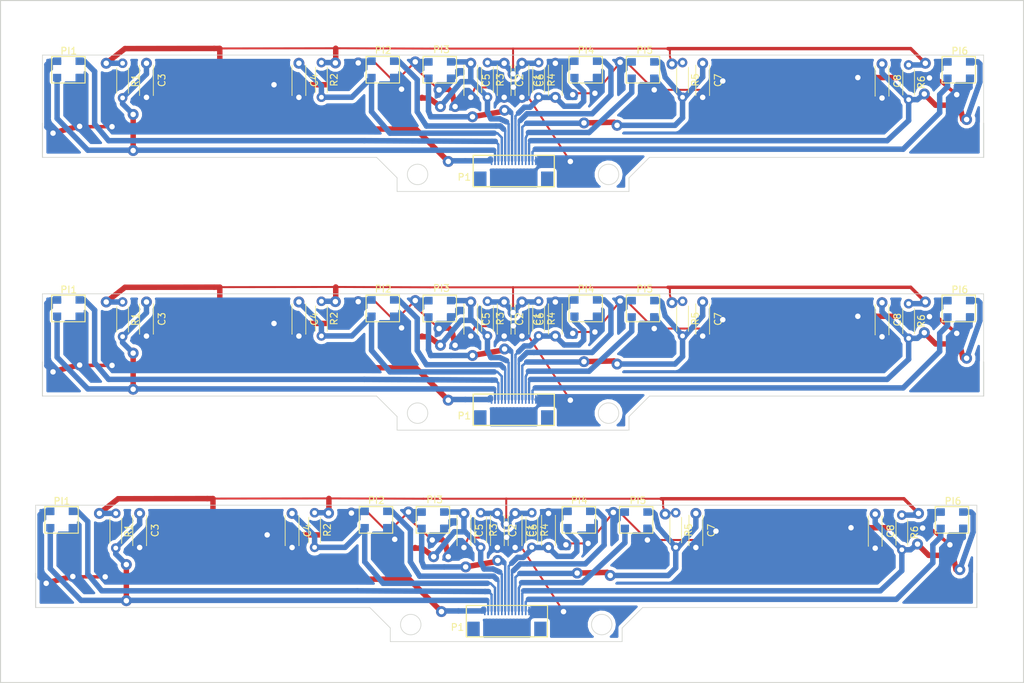
<source format=kicad_pcb>
(kicad_pcb (version 20171130) (host pcbnew "(5.0.0)")
  (layers (0 F.Cu signal hide) (31 B.Cu signal) (34 B.Paste user) (35 F.Paste user) (36 B.SilkS user) (37 F.SilkS user) (38 B.Mask user) (39 F.Mask user) (44 Edge.Cuts user))
  (net 0 "")
  (net 1 +3V3)
  (net 2 GND)
  (net 3 ANALOG_SEN1)
  (net 4 ANALOG_SEN2)
  (net 5 ANALOG_SEN3)
  (net 6 ANALOG_SEN4)
  (net 7 ANALOG_SEN5)
  (net 8 ANALOG_SEN6)
  (net 9 VR1)
  (net 10 VR2)
  (net 11 VR3)
  (net 12 VR4)
  (net 13 VR5)
  (net 14 VR6)
  (module Resistors_THT:R_Axial_DIN0204_L3.6mm_D1.6mm_P5.08mm_Horizontal (layer F.Cu) (at 214.15 119.45 270)
    (fp_text reference R6 (at 2.54 -1.86 270) (layer F.SilkS))
    (fp_text value 100k)
    (pad 1 thru_hole circle (at 0 0 270) (size 1.4 1.4) (drill 0.7) (layers *.Cu *.Mask) (net 1 +3V3))
    (pad 2 thru_hole oval (at 5.08 0 270) (size 1.4 1.4) (drill 0.7) (layers *.Cu *.Mask) (net 8 ANALOG_SEN6))
  )
  (module Resistors_THT:R_Axial_DIN0204_L3.6mm_D1.6mm_P5.08mm_Horizontal (layer F.Cu) (at 181 119.1 270)
    (fp_text reference R5 (at 2.54 -1.86 270) (layer F.SilkS))
    (fp_text value 100k)
    (pad 1 thru_hole circle (at 0 0 270) (size 1.4 1.4) (drill 0.7) (layers *.Cu *.Mask) (net 1 +3V3))
    (pad 2 thru_hole oval (at 5.08 0 270) (size 1.4 1.4) (drill 0.7) (layers *.Cu *.Mask) (net 7 ANALOG_SEN5))
  )
  (module Resistors_THT:R_Axial_DIN0204_L3.6mm_D1.6mm_P5.08mm_Horizontal (layer F.Cu) (at 159.9 119.1 270)
    (fp_text reference R4 (at 2.54 -1.86 270) (layer F.SilkS))
    (fp_text value 100k)
    (pad 1 thru_hole circle (at 0 0 270) (size 1.4 1.4) (drill 0.7) (layers *.Cu *.Mask) (net 1 +3V3))
    (pad 2 thru_hole oval (at 5.08 0 270) (size 1.4 1.4) (drill 0.7) (layers *.Cu *.Mask) (net 6 ANALOG_SEN4))
  )
  (module Resistors_THT:R_Axial_DIN0204_L3.6mm_D1.6mm_P5.08mm_Horizontal (layer F.Cu) (at 152.4 119.1 270)
    (fp_text reference R3 (at 2.54 -1.86 270) (layer F.SilkS))
    (fp_text value 100k)
    (pad 1 thru_hole circle (at 0 0 270) (size 1.4 1.4) (drill 0.7) (layers *.Cu *.Mask) (net 1 +3V3))
    (pad 2 thru_hole oval (at 5.08 0 270) (size 1.4 1.4) (drill 0.7) (layers *.Cu *.Mask) (net 5 ANALOG_SEN3))
  )
  (module Resistors_THT:R_Axial_DIN0204_L3.6mm_D1.6mm_P5.08mm_Horizontal (layer F.Cu) (at 128.05 119.1 270)
    (fp_text reference R2 (at 2.54 -1.86 270) (layer F.SilkS))
    (fp_text value 100k)
    (pad 1 thru_hole circle (at 0 0 270) (size 1.4 1.4) (drill 0.7) (layers *.Cu *.Mask) (net 1 +3V3))
    (pad 2 thru_hole oval (at 5.08 0 270) (size 1.4 1.4) (drill 0.7) (layers *.Cu *.Mask) (net 4 ANALOG_SEN2))
  )
  (module Resistors_THT:R_Axial_DIN0204_L3.6mm_D1.6mm_P5.08mm_Horizontal (layer F.Cu) (at 98.9 119.2 270)
    (fp_text reference R1 (at 2.54 -1.86 270) (layer F.SilkS))
    (fp_text value 100k)
    (pad 1 thru_hole circle (at 0 0 270) (size 1.4 1.4) (drill 0.7) (layers *.Cu *.Mask) (net 1 +3V3))
    (pad 2 thru_hole oval (at 5.08 0 270) (size 1.4 1.4) (drill 0.7) (layers *.Cu *.Mask) (net 3 ANALOG_SEN1))
  )
  (module Capacitors_THT:C_Disc_D4.3mm_W1.9mm_P5.00mm (layer F.Cu) (at 210.25 119.3 270)
    (fp_text reference C8 (at 2.5 -2.26 270) (layer F.SilkS))
    (fp_text value 1000p)
    (pad 1 thru_hole circle (at 0 0 270) (size 1.6 1.6) (drill 0.8) (layers *.Cu *.Mask) (net 8 ANALOG_SEN6))
    (pad 2 thru_hole circle (at 5 0 270) (size 1.6 1.6) (drill 0.8) (layers *.Cu *.Mask) (net 2 GND))
  )
  (module Capacitors_THT:C_Disc_D4.3mm_W1.9mm_P5.00mm (layer F.Cu) (at 183.95 119.2 270)
    (fp_text reference C7 (at 2.5 -2.26 270) (layer F.SilkS))
    (fp_text value 1000p)
    (pad 1 thru_hole circle (at 0 0 270) (size 1.6 1.6) (drill 0.8) (layers *.Cu *.Mask) (net 7 ANALOG_SEN5))
    (pad 2 thru_hole circle (at 5 0 270) (size 1.6 1.6) (drill 0.8) (layers *.Cu *.Mask) (net 2 GND))
  )
  (module Capacitors_THT:C_Disc_D4.3mm_W1.9mm_P5.00mm (layer F.Cu) (at 162.35 124.2 90)
    (fp_text reference C6 (at 2.5 -2.26 90) (layer F.SilkS))
    (fp_text value 1000p)
    (pad 1 thru_hole circle (at 0 0 90) (size 1.6 1.6) (drill 0.8) (layers *.Cu *.Mask) (net 6 ANALOG_SEN4))
    (pad 2 thru_hole circle (at 5 0 90) (size 1.6 1.6) (drill 0.8) (layers *.Cu *.Mask) (net 2 GND))
  )
  (module Capacitors_THT:C_Disc_D4.3mm_W1.9mm_P5.00mm (layer F.Cu) (at 149.95 119.2 270)
    (fp_text reference C5 (at 2.5 -2.26 270) (layer F.SilkS))
    (fp_text value 1000p)
    (pad 1 thru_hole circle (at 0 0 270) (size 1.6 1.6) (drill 0.8) (layers *.Cu *.Mask) (net 5 ANALOG_SEN3))
    (pad 2 thru_hole circle (at 5 0 270) (size 1.6 1.6) (drill 0.8) (layers *.Cu *.Mask) (net 2 GND))
  )
  (module Capacitors_THT:C_Disc_D4.3mm_W1.9mm_P5.00mm (layer F.Cu) (at 124.75 119.2 270)
    (fp_text reference C4 (at 2.5 -2.26 270) (layer F.SilkS))
    (fp_text value 1000p)
    (pad 1 thru_hole circle (at 0 0 270) (size 1.6 1.6) (drill 0.8) (layers *.Cu *.Mask) (net 4 ANALOG_SEN2))
    (pad 2 thru_hole circle (at 5 0 270) (size 1.6 1.6) (drill 0.8) (layers *.Cu *.Mask) (net 2 GND))
  )
  (module Capacitors_THT:C_Disc_D4.3mm_W1.9mm_P5.00mm (layer F.Cu) (at 102.4 119.2 270)
    (fp_text reference C3 (at 2.5 -2.26 270) (layer F.SilkS))
    (fp_text value 1000p)
    (pad 1 thru_hole circle (at 0 0 270) (size 1.6 1.6) (drill 0.8) (layers *.Cu *.Mask) (net 3 ANALOG_SEN1))
    (pad 2 thru_hole circle (at 5 0 270) (size 1.6 1.6) (drill 0.8) (layers *.Cu *.Mask) (net 2 GND))
  )
  (module Capacitors_THT:C_Disc_D4.3mm_W1.9mm_P5.00mm (layer F.Cu) (at 154.85 119.2 270)
    (fp_text reference C2 (at 2.5 -2.26 270) (layer F.SilkS))
    (fp_text value 0.1u)
    (pad 1 thru_hole circle (at 0 0 270) (size 1.6 1.6) (drill 0.8) (layers *.Cu *.Mask) (net 1 +3V3))
    (pad 2 thru_hole circle (at 5 0 270) (size 1.6 1.6) (drill 0.8) (layers *.Cu *.Mask) (net 2 GND))
  )
  (module Capacitors_THT:C_Disc_D4.3mm_W1.9mm_P5.00mm (layer F.Cu) (at 157.45 119.2 270)
    (fp_text reference C1 (at 2.5 -2.26 270) (layer F.SilkS))
    (fp_text value 0.1u)
    (pad 1 thru_hole circle (at 0 0 270) (size 1.6 1.6) (drill 0.8) (layers *.Cu *.Mask) (net 1 +3V3))
    (pad 2 thru_hole circle (at 5 0 270) (size 1.6 1.6) (drill 0.8) (layers *.Cu *.Mask) (net 2 GND))
  )
  (module GP2S700HCP:GP2S700HCP (layer F.Cu) (at 161.85 124.9)
    (fp_text reference PI4 (at 5 -7.6) (layer F.SilkS))
    (fp_text value GP2S700HCP)
    (pad 1 smd rect (at 3.3 -6) (size 1.2 1.1) (layers B.Cu B.Paste B.Mask) (net 2 GND))
    (pad 4 smd rect (at 6.6 -6) (size 1.2 1.1) (layers B.Cu B.Paste B.Mask) (net 12 VR4))
    (pad 2 smd rect (at 3.3 -3.6) (size 1.2 1.1) (layers B.Cu B.Paste B.Mask) (net 6 ANALOG_SEN4))
    (pad 3 smd rect (at 6.6 -3.6) (size 1.2 1.1) (layers B.Cu B.Paste B.Mask) (net 2 GND))
  )
  (module GP2S700HCP:GP2S700HCP (layer F.Cu) (at 150.35 115.4 180)
    (fp_text reference PI3 (at 4.7 -1.8 180) (layer F.SilkS))
    (fp_text value GP2S700HCP)
    (pad 1 smd rect (at 3.3 -6 180) (size 1.2 1.1) (layers B.Cu B.Paste B.Mask) (net 2 GND))
    (pad 4 smd rect (at 6.6 -6 180) (size 1.2 1.1) (layers B.Cu B.Paste B.Mask) (net 11 VR3))
    (pad 2 smd rect (at 3.3 -3.6 180) (size 1.2 1.1) (layers B.Cu B.Paste B.Mask) (net 5 ANALOG_SEN3))
    (pad 3 smd rect (at 6.6 -3.6 180) (size 1.2 1.1) (layers B.Cu B.Paste B.Mask) (net 2 GND))
  )
  (module GP2S700HCP:GP2S700HCP (layer F.Cu) (at 86 124.9)
    (fp_text reference PI1 (at 5 -7.5) (layer F.SilkS))
    (fp_text value GP2S700HCP)
    (pad 1 smd rect (at 3.3 -6) (size 1.2 1.1) (layers B.Cu B.Paste B.Mask) (net 2 GND))
    (pad 4 smd rect (at 6.6 -6) (size 1.2 1.1) (layers B.Cu B.Paste B.Mask) (net 9 VR1))
    (pad 2 smd rect (at 3.3 -3.6) (size 1.2 1.1) (layers B.Cu B.Paste B.Mask) (net 3 ANALOG_SEN1))
    (pad 3 smd rect (at 6.6 -3.6) (size 1.2 1.1) (layers B.Cu B.Paste B.Mask) (net 2 GND))
  )
  (module GP2S700HCP:GP2S700HCP (layer F.Cu) (at 226.45 115.4 180)
    (fp_text reference PI6 (at 4.8 -2 180) (layer F.SilkS))
    (fp_text value GP2S700HCP)
    (pad 1 smd rect (at 3.3 -6 180) (size 1.2 1.1) (layers B.Cu B.Paste B.Mask) (net 2 GND))
    (pad 4 smd rect (at 6.6 -6 180) (size 1.2 1.1) (layers B.Cu B.Paste B.Mask) (net 14 VR6))
    (pad 2 smd rect (at 3.3 -3.6 180) (size 1.2 1.1) (layers B.Cu B.Paste B.Mask) (net 8 ANALOG_SEN6))
    (pad 3 smd rect (at 6.6 -3.6 180) (size 1.2 1.1) (layers B.Cu B.Paste B.Mask) (net 2 GND))
  )
  (module GP2S700HCP:GP2S700HCP (layer F.Cu) (at 132.1 124.9)
    (fp_text reference PI2 (at 5 -7.6) (layer F.SilkS))
    (fp_text value GP2S700HCP)
    (pad 1 smd rect (at 3.3 -6) (size 1.2 1.1) (layers B.Cu B.Paste B.Mask) (net 2 GND))
    (pad 4 smd rect (at 6.6 -6) (size 1.2 1.1) (layers B.Cu B.Paste B.Mask) (net 10 VR2))
    (pad 2 smd rect (at 3.3 -3.6) (size 1.2 1.1) (layers B.Cu B.Paste B.Mask) (net 4 ANALOG_SEN2))
    (pad 3 smd rect (at 6.6 -3.6) (size 1.2 1.1) (layers B.Cu B.Paste B.Mask) (net 2 GND))
  )
  (module GP2S700HCP:GP2S700HCP (layer F.Cu) (at 180.15 115.4 180)
    (fp_text reference PI5 (at 4.7 -1.9 180) (layer F.SilkS))
    (fp_text value GP2S700HCP)
    (pad 1 smd rect (at 3.3 -6 180) (size 1.2 1.1) (layers B.Cu B.Paste B.Mask) (net 2 GND))
    (pad 4 smd rect (at 6.6 -6 180) (size 1.2 1.1) (layers B.Cu B.Paste B.Mask) (net 13 VR5))
    (pad 2 smd rect (at 3.3 -3.6 180) (size 1.2 1.1) (layers B.Cu B.Paste B.Mask) (net 7 ANALOG_SEN5))
    (pad 3 smd rect (at 6.6 -3.6 180) (size 1.2 1.1) (layers B.Cu B.Paste B.Mask) (net 2 GND))
  )
  (module "CN-FFC-SMT2(CN-FFC(0:CN-FFC-SMT2(CN-FFC(0.5)14PD)" (layer F.Cu) (at 150 138)
    (fp_text reference P1 (at -1 -2.1) (layer F.SilkS))
    (fp_text value "CN-FFC-SMT2(CN-FFC(0.5)14PD)")
    (pad "" smd rect (at 1.35 -1.825) (size 1.8 2.2) (layers B.Cu B.Paste B.Mask))
    (pad 1 smd rect (at 3 -4.5) (size 0.23 1.25) (layers B.Cu B.Paste B.Mask) (net 1 +3V3))
    (pad "" smd rect (at 11.15 -1.825) (size 1.8 2.2) (layers B.Cu B.Paste B.Mask))
    (pad "" smd rect (at 1.35 -1.825) (size 1.8 2) (layers B.Cu B.Paste B.Mask))
    (pad 2 smd rect (at 3.5 -4.5) (size 0.23 1.25) (layers B.Cu B.Paste B.Mask) (net 3 ANALOG_SEN1))
    (pad 3 smd rect (at 4 -4.5) (size 0.23 1.25) (layers B.Cu B.Paste B.Mask) (net 9 VR1))
    (pad 4 smd rect (at 4.5 -4.5) (size 0.23 1.25) (layers B.Cu B.Paste B.Mask) (net 4 ANALOG_SEN2))
    (pad 5 smd rect (at 5 -4.5) (size 0.23 1.25) (layers B.Cu B.Paste B.Mask) (net 10 VR2))
    (pad 6 smd rect (at 5.5 -4.5) (size 0.23 1.25) (layers B.Cu B.Paste B.Mask) (net 5 ANALOG_SEN3))
    (pad 7 smd rect (at 6 -4.5) (size 0.23 1.25) (layers B.Cu B.Paste B.Mask) (net 11 VR3))
    (pad 8 smd rect (at 6.5 -4.5) (size 0.23 1.25) (layers B.Cu B.Paste B.Mask) (net 6 ANALOG_SEN4))
    (pad 9 smd rect (at 7 -4.5) (size 0.23 1.25) (layers B.Cu B.Paste B.Mask) (net 12 VR4))
    (pad 10 smd rect (at 7.5 -4.5) (size 0.23 1.25) (layers B.Cu B.Paste B.Mask) (net 7 ANALOG_SEN5))
    (pad 11 smd rect (at 8 -4.5) (size 0.23 1.25) (layers B.Cu B.Paste B.Mask) (net 13 VR5))
    (pad 12 smd rect (at 8.5 -4.5) (size 0.23 1.25) (layers B.Cu B.Paste B.Mask) (net 8 ANALOG_SEN6))
    (pad 13 smd rect (at 9 -4.5) (size 0.23 1.25) (layers B.Cu B.Paste B.Mask) (net 14 VR6))
    (pad 14 smd rect (at 9.5 -4.5) (size 0.23 1.25) (layers B.Cu B.Paste B.Mask) (net 2 GND))
  )
  (module "CN-FFC-SMT2(CN-FFC(0:CN-FFC-SMT2(CN-FFC(0.5)14PD)" (layer F.Cu) (at 151 107)
    (fp_text reference P1 (at -1 -2.1) (layer F.SilkS))
    (fp_text value "CN-FFC-SMT2(CN-FFC(0.5)14PD)")
    (pad "" smd rect (at 1.35 -1.825) (size 1.8 2.2) (layers B.Cu B.Paste B.Mask))
    (pad 1 smd rect (at 3 -4.5) (size 0.23 1.25) (layers B.Cu B.Paste B.Mask) (net 1 +3V3))
    (pad "" smd rect (at 11.15 -1.825) (size 1.8 2.2) (layers B.Cu B.Paste B.Mask))
    (pad "" smd rect (at 1.35 -1.825) (size 1.8 2) (layers B.Cu B.Paste B.Mask))
    (pad 2 smd rect (at 3.5 -4.5) (size 0.23 1.25) (layers B.Cu B.Paste B.Mask) (net 3 ANALOG_SEN1))
    (pad 3 smd rect (at 4 -4.5) (size 0.23 1.25) (layers B.Cu B.Paste B.Mask) (net 9 VR1))
    (pad 4 smd rect (at 4.5 -4.5) (size 0.23 1.25) (layers B.Cu B.Paste B.Mask) (net 4 ANALOG_SEN2))
    (pad 5 smd rect (at 5 -4.5) (size 0.23 1.25) (layers B.Cu B.Paste B.Mask) (net 10 VR2))
    (pad 6 smd rect (at 5.5 -4.5) (size 0.23 1.25) (layers B.Cu B.Paste B.Mask) (net 5 ANALOG_SEN3))
    (pad 7 smd rect (at 6 -4.5) (size 0.23 1.25) (layers B.Cu B.Paste B.Mask) (net 11 VR3))
    (pad 8 smd rect (at 6.5 -4.5) (size 0.23 1.25) (layers B.Cu B.Paste B.Mask) (net 6 ANALOG_SEN4))
    (pad 9 smd rect (at 7 -4.5) (size 0.23 1.25) (layers B.Cu B.Paste B.Mask) (net 12 VR4))
    (pad 10 smd rect (at 7.5 -4.5) (size 0.23 1.25) (layers B.Cu B.Paste B.Mask) (net 7 ANALOG_SEN5))
    (pad 11 smd rect (at 8 -4.5) (size 0.23 1.25) (layers B.Cu B.Paste B.Mask) (net 13 VR5))
    (pad 12 smd rect (at 8.5 -4.5) (size 0.23 1.25) (layers B.Cu B.Paste B.Mask) (net 8 ANALOG_SEN6))
    (pad 13 smd rect (at 9 -4.5) (size 0.23 1.25) (layers B.Cu B.Paste B.Mask) (net 14 VR6))
    (pad 14 smd rect (at 9.5 -4.5) (size 0.23 1.25) (layers B.Cu B.Paste B.Mask) (net 2 GND))
  )
  (module GP2S700HCP:GP2S700HCP (layer F.Cu) (at 181.15 84.4 180)
    (fp_text reference PI5 (at 4.7 -1.9 180) (layer F.SilkS))
    (fp_text value GP2S700HCP)
    (pad 1 smd rect (at 3.3 -6 180) (size 1.2 1.1) (layers B.Cu B.Paste B.Mask) (net 2 GND))
    (pad 4 smd rect (at 6.6 -6 180) (size 1.2 1.1) (layers B.Cu B.Paste B.Mask) (net 13 VR5))
    (pad 2 smd rect (at 3.3 -3.6 180) (size 1.2 1.1) (layers B.Cu B.Paste B.Mask) (net 7 ANALOG_SEN5))
    (pad 3 smd rect (at 6.6 -3.6 180) (size 1.2 1.1) (layers B.Cu B.Paste B.Mask) (net 2 GND))
  )
  (module GP2S700HCP:GP2S700HCP (layer F.Cu) (at 133.1 93.9)
    (fp_text reference PI2 (at 5 -7.6) (layer F.SilkS))
    (fp_text value GP2S700HCP)
    (pad 1 smd rect (at 3.3 -6) (size 1.2 1.1) (layers B.Cu B.Paste B.Mask) (net 2 GND))
    (pad 4 smd rect (at 6.6 -6) (size 1.2 1.1) (layers B.Cu B.Paste B.Mask) (net 10 VR2))
    (pad 2 smd rect (at 3.3 -3.6) (size 1.2 1.1) (layers B.Cu B.Paste B.Mask) (net 4 ANALOG_SEN2))
    (pad 3 smd rect (at 6.6 -3.6) (size 1.2 1.1) (layers B.Cu B.Paste B.Mask) (net 2 GND))
  )
  (module GP2S700HCP:GP2S700HCP (layer F.Cu) (at 227.45 84.4 180)
    (fp_text reference PI6 (at 4.8 -2 180) (layer F.SilkS))
    (fp_text value GP2S700HCP)
    (pad 1 smd rect (at 3.3 -6 180) (size 1.2 1.1) (layers B.Cu B.Paste B.Mask) (net 2 GND))
    (pad 4 smd rect (at 6.6 -6 180) (size 1.2 1.1) (layers B.Cu B.Paste B.Mask) (net 14 VR6))
    (pad 2 smd rect (at 3.3 -3.6 180) (size 1.2 1.1) (layers B.Cu B.Paste B.Mask) (net 8 ANALOG_SEN6))
    (pad 3 smd rect (at 6.6 -3.6 180) (size 1.2 1.1) (layers B.Cu B.Paste B.Mask) (net 2 GND))
  )
  (module GP2S700HCP:GP2S700HCP (layer F.Cu) (at 87 93.9)
    (fp_text reference PI1 (at 5 -7.5) (layer F.SilkS))
    (fp_text value GP2S700HCP)
    (pad 1 smd rect (at 3.3 -6) (size 1.2 1.1) (layers B.Cu B.Paste B.Mask) (net 2 GND))
    (pad 4 smd rect (at 6.6 -6) (size 1.2 1.1) (layers B.Cu B.Paste B.Mask) (net 9 VR1))
    (pad 2 smd rect (at 3.3 -3.6) (size 1.2 1.1) (layers B.Cu B.Paste B.Mask) (net 3 ANALOG_SEN1))
    (pad 3 smd rect (at 6.6 -3.6) (size 1.2 1.1) (layers B.Cu B.Paste B.Mask) (net 2 GND))
  )
  (module GP2S700HCP:GP2S700HCP (layer F.Cu) (at 151.35 84.4 180)
    (fp_text reference PI3 (at 4.7 -1.8 180) (layer F.SilkS))
    (fp_text value GP2S700HCP)
    (pad 1 smd rect (at 3.3 -6 180) (size 1.2 1.1) (layers B.Cu B.Paste B.Mask) (net 2 GND))
    (pad 4 smd rect (at 6.6 -6 180) (size 1.2 1.1) (layers B.Cu B.Paste B.Mask) (net 11 VR3))
    (pad 2 smd rect (at 3.3 -3.6 180) (size 1.2 1.1) (layers B.Cu B.Paste B.Mask) (net 5 ANALOG_SEN3))
    (pad 3 smd rect (at 6.6 -3.6 180) (size 1.2 1.1) (layers B.Cu B.Paste B.Mask) (net 2 GND))
  )
  (module GP2S700HCP:GP2S700HCP (layer F.Cu) (at 162.85 93.9)
    (fp_text reference PI4 (at 5 -7.6) (layer F.SilkS))
    (fp_text value GP2S700HCP)
    (pad 1 smd rect (at 3.3 -6) (size 1.2 1.1) (layers B.Cu B.Paste B.Mask) (net 2 GND))
    (pad 4 smd rect (at 6.6 -6) (size 1.2 1.1) (layers B.Cu B.Paste B.Mask) (net 12 VR4))
    (pad 2 smd rect (at 3.3 -3.6) (size 1.2 1.1) (layers B.Cu B.Paste B.Mask) (net 6 ANALOG_SEN4))
    (pad 3 smd rect (at 6.6 -3.6) (size 1.2 1.1) (layers B.Cu B.Paste B.Mask) (net 2 GND))
  )
  (module Capacitors_THT:C_Disc_D4.3mm_W1.9mm_P5.00mm (layer F.Cu) (at 158.45 88.2 270)
    (fp_text reference C1 (at 2.5 -2.26 270) (layer F.SilkS))
    (fp_text value 0.1u)
    (pad 1 thru_hole circle (at 0 0 270) (size 1.6 1.6) (drill 0.8) (layers *.Cu *.Mask) (net 1 +3V3))
    (pad 2 thru_hole circle (at 5 0 270) (size 1.6 1.6) (drill 0.8) (layers *.Cu *.Mask) (net 2 GND))
  )
  (module Capacitors_THT:C_Disc_D4.3mm_W1.9mm_P5.00mm (layer F.Cu) (at 155.85 88.2 270)
    (fp_text reference C2 (at 2.5 -2.26 270) (layer F.SilkS))
    (fp_text value 0.1u)
    (pad 1 thru_hole circle (at 0 0 270) (size 1.6 1.6) (drill 0.8) (layers *.Cu *.Mask) (net 1 +3V3))
    (pad 2 thru_hole circle (at 5 0 270) (size 1.6 1.6) (drill 0.8) (layers *.Cu *.Mask) (net 2 GND))
  )
  (module Capacitors_THT:C_Disc_D4.3mm_W1.9mm_P5.00mm (layer F.Cu) (at 103.4 88.2 270)
    (fp_text reference C3 (at 2.5 -2.26 270) (layer F.SilkS))
    (fp_text value 1000p)
    (pad 1 thru_hole circle (at 0 0 270) (size 1.6 1.6) (drill 0.8) (layers *.Cu *.Mask) (net 3 ANALOG_SEN1))
    (pad 2 thru_hole circle (at 5 0 270) (size 1.6 1.6) (drill 0.8) (layers *.Cu *.Mask) (net 2 GND))
  )
  (module Capacitors_THT:C_Disc_D4.3mm_W1.9mm_P5.00mm (layer F.Cu) (at 125.75 88.2 270)
    (fp_text reference C4 (at 2.5 -2.26 270) (layer F.SilkS))
    (fp_text value 1000p)
    (pad 1 thru_hole circle (at 0 0 270) (size 1.6 1.6) (drill 0.8) (layers *.Cu *.Mask) (net 4 ANALOG_SEN2))
    (pad 2 thru_hole circle (at 5 0 270) (size 1.6 1.6) (drill 0.8) (layers *.Cu *.Mask) (net 2 GND))
  )
  (module Capacitors_THT:C_Disc_D4.3mm_W1.9mm_P5.00mm (layer F.Cu) (at 150.95 88.2 270)
    (fp_text reference C5 (at 2.5 -2.26 270) (layer F.SilkS))
    (fp_text value 1000p)
    (pad 1 thru_hole circle (at 0 0 270) (size 1.6 1.6) (drill 0.8) (layers *.Cu *.Mask) (net 5 ANALOG_SEN3))
    (pad 2 thru_hole circle (at 5 0 270) (size 1.6 1.6) (drill 0.8) (layers *.Cu *.Mask) (net 2 GND))
  )
  (module Capacitors_THT:C_Disc_D4.3mm_W1.9mm_P5.00mm (layer F.Cu) (at 163.35 93.2 90)
    (fp_text reference C6 (at 2.5 -2.26 90) (layer F.SilkS))
    (fp_text value 1000p)
    (pad 1 thru_hole circle (at 0 0 90) (size 1.6 1.6) (drill 0.8) (layers *.Cu *.Mask) (net 6 ANALOG_SEN4))
    (pad 2 thru_hole circle (at 5 0 90) (size 1.6 1.6) (drill 0.8) (layers *.Cu *.Mask) (net 2 GND))
  )
  (module Capacitors_THT:C_Disc_D4.3mm_W1.9mm_P5.00mm (layer F.Cu) (at 184.95 88.2 270)
    (fp_text reference C7 (at 2.5 -2.26 270) (layer F.SilkS))
    (fp_text value 1000p)
    (pad 1 thru_hole circle (at 0 0 270) (size 1.6 1.6) (drill 0.8) (layers *.Cu *.Mask) (net 7 ANALOG_SEN5))
    (pad 2 thru_hole circle (at 5 0 270) (size 1.6 1.6) (drill 0.8) (layers *.Cu *.Mask) (net 2 GND))
  )
  (module Capacitors_THT:C_Disc_D4.3mm_W1.9mm_P5.00mm (layer F.Cu) (at 211.25 88.3 270)
    (fp_text reference C8 (at 2.5 -2.26 270) (layer F.SilkS))
    (fp_text value 1000p)
    (pad 1 thru_hole circle (at 0 0 270) (size 1.6 1.6) (drill 0.8) (layers *.Cu *.Mask) (net 8 ANALOG_SEN6))
    (pad 2 thru_hole circle (at 5 0 270) (size 1.6 1.6) (drill 0.8) (layers *.Cu *.Mask) (net 2 GND))
  )
  (module Resistors_THT:R_Axial_DIN0204_L3.6mm_D1.6mm_P5.08mm_Horizontal (layer F.Cu) (at 99.9 88.2 270)
    (fp_text reference R1 (at 2.54 -1.86 270) (layer F.SilkS))
    (fp_text value 100k)
    (pad 1 thru_hole circle (at 0 0 270) (size 1.4 1.4) (drill 0.7) (layers *.Cu *.Mask) (net 1 +3V3))
    (pad 2 thru_hole oval (at 5.08 0 270) (size 1.4 1.4) (drill 0.7) (layers *.Cu *.Mask) (net 3 ANALOG_SEN1))
  )
  (module Resistors_THT:R_Axial_DIN0204_L3.6mm_D1.6mm_P5.08mm_Horizontal (layer F.Cu) (at 129.05 88.1 270)
    (fp_text reference R2 (at 2.54 -1.86 270) (layer F.SilkS))
    (fp_text value 100k)
    (pad 1 thru_hole circle (at 0 0 270) (size 1.4 1.4) (drill 0.7) (layers *.Cu *.Mask) (net 1 +3V3))
    (pad 2 thru_hole oval (at 5.08 0 270) (size 1.4 1.4) (drill 0.7) (layers *.Cu *.Mask) (net 4 ANALOG_SEN2))
  )
  (module Resistors_THT:R_Axial_DIN0204_L3.6mm_D1.6mm_P5.08mm_Horizontal (layer F.Cu) (at 153.4 88.1 270)
    (fp_text reference R3 (at 2.54 -1.86 270) (layer F.SilkS))
    (fp_text value 100k)
    (pad 1 thru_hole circle (at 0 0 270) (size 1.4 1.4) (drill 0.7) (layers *.Cu *.Mask) (net 1 +3V3))
    (pad 2 thru_hole oval (at 5.08 0 270) (size 1.4 1.4) (drill 0.7) (layers *.Cu *.Mask) (net 5 ANALOG_SEN3))
  )
  (module Resistors_THT:R_Axial_DIN0204_L3.6mm_D1.6mm_P5.08mm_Horizontal (layer F.Cu) (at 160.9 88.1 270)
    (fp_text reference R4 (at 2.54 -1.86 270) (layer F.SilkS))
    (fp_text value 100k)
    (pad 1 thru_hole circle (at 0 0 270) (size 1.4 1.4) (drill 0.7) (layers *.Cu *.Mask) (net 1 +3V3))
    (pad 2 thru_hole oval (at 5.08 0 270) (size 1.4 1.4) (drill 0.7) (layers *.Cu *.Mask) (net 6 ANALOG_SEN4))
  )
  (module Resistors_THT:R_Axial_DIN0204_L3.6mm_D1.6mm_P5.08mm_Horizontal (layer F.Cu) (at 182 88.1 270)
    (fp_text reference R5 (at 2.54 -1.86 270) (layer F.SilkS))
    (fp_text value 100k)
    (pad 1 thru_hole circle (at 0 0 270) (size 1.4 1.4) (drill 0.7) (layers *.Cu *.Mask) (net 1 +3V3))
    (pad 2 thru_hole oval (at 5.08 0 270) (size 1.4 1.4) (drill 0.7) (layers *.Cu *.Mask) (net 7 ANALOG_SEN5))
  )
  (module Resistors_THT:R_Axial_DIN0204_L3.6mm_D1.6mm_P5.08mm_Horizontal (layer F.Cu) (at 215.15 88.45 270)
    (fp_text reference R6 (at 2.54 -1.86 270) (layer F.SilkS))
    (fp_text value 100k)
    (pad 1 thru_hole circle (at 0 0 270) (size 1.4 1.4) (drill 0.7) (layers *.Cu *.Mask) (net 1 +3V3))
    (pad 2 thru_hole oval (at 5.08 0 270) (size 1.4 1.4) (drill 0.7) (layers *.Cu *.Mask) (net 8 ANALOG_SEN6))
  )
  (module Resistors_THT:R_Axial_DIN0204_L3.6mm_D1.6mm_P5.08mm_Horizontal (layer F.Cu) (at 215.15 53.45 270)
    (fp_text reference R6 (at 2.54 -1.86 270) (layer F.SilkS))
    (fp_text value 100k)
    (pad 1 thru_hole circle (at 0 0 270) (size 1.4 1.4) (drill 0.7) (layers *.Cu *.Mask) (net 1 +3V3))
    (pad 2 thru_hole oval (at 5.08 0 270) (size 1.4 1.4) (drill 0.7) (layers *.Cu *.Mask) (net 8 ANALOG_SEN6))
  )
  (module Resistors_THT:R_Axial_DIN0204_L3.6mm_D1.6mm_P5.08mm_Horizontal (layer F.Cu) (at 182 53.1 270)
    (fp_text reference R5 (at 2.54 -1.86 270) (layer F.SilkS))
    (fp_text value 100k)
    (pad 1 thru_hole circle (at 0 0 270) (size 1.4 1.4) (drill 0.7) (layers *.Cu *.Mask) (net 1 +3V3))
    (pad 2 thru_hole oval (at 5.08 0 270) (size 1.4 1.4) (drill 0.7) (layers *.Cu *.Mask) (net 7 ANALOG_SEN5))
  )
  (module Resistors_THT:R_Axial_DIN0204_L3.6mm_D1.6mm_P5.08mm_Horizontal (layer F.Cu) (at 160.9 53.1 270)
    (fp_text reference R4 (at 2.54 -1.86 270) (layer F.SilkS))
    (fp_text value 100k)
    (pad 1 thru_hole circle (at 0 0 270) (size 1.4 1.4) (drill 0.7) (layers *.Cu *.Mask) (net 1 +3V3))
    (pad 2 thru_hole oval (at 5.08 0 270) (size 1.4 1.4) (drill 0.7) (layers *.Cu *.Mask) (net 6 ANALOG_SEN4))
  )
  (module Resistors_THT:R_Axial_DIN0204_L3.6mm_D1.6mm_P5.08mm_Horizontal (layer F.Cu) (at 153.4 53.1 270)
    (fp_text reference R3 (at 2.54 -1.86 270) (layer F.SilkS))
    (fp_text value 100k)
    (pad 1 thru_hole circle (at 0 0 270) (size 1.4 1.4) (drill 0.7) (layers *.Cu *.Mask) (net 1 +3V3))
    (pad 2 thru_hole oval (at 5.08 0 270) (size 1.4 1.4) (drill 0.7) (layers *.Cu *.Mask) (net 5 ANALOG_SEN3))
  )
  (module Resistors_THT:R_Axial_DIN0204_L3.6mm_D1.6mm_P5.08mm_Horizontal (layer F.Cu) (at 129.05 53.1 270)
    (fp_text reference R2 (at 2.54 -1.86 270) (layer F.SilkS))
    (fp_text value 100k)
    (pad 1 thru_hole circle (at 0 0 270) (size 1.4 1.4) (drill 0.7) (layers *.Cu *.Mask) (net 1 +3V3))
    (pad 2 thru_hole oval (at 5.08 0 270) (size 1.4 1.4) (drill 0.7) (layers *.Cu *.Mask) (net 4 ANALOG_SEN2))
  )
  (module Resistors_THT:R_Axial_DIN0204_L3.6mm_D1.6mm_P5.08mm_Horizontal (layer F.Cu) (at 99.9 53.2 270)
    (fp_text reference R1 (at 2.54 -1.86 270) (layer F.SilkS))
    (fp_text value 100k)
    (pad 1 thru_hole circle (at 0 0 270) (size 1.4 1.4) (drill 0.7) (layers *.Cu *.Mask) (net 1 +3V3))
    (pad 2 thru_hole oval (at 5.08 0 270) (size 1.4 1.4) (drill 0.7) (layers *.Cu *.Mask) (net 3 ANALOG_SEN1))
  )
  (module Capacitors_THT:C_Disc_D4.3mm_W1.9mm_P5.00mm (layer F.Cu) (at 211.25 53.3 270)
    (fp_text reference C8 (at 2.5 -2.26 270) (layer F.SilkS))
    (fp_text value 1000p)
    (pad 1 thru_hole circle (at 0 0 270) (size 1.6 1.6) (drill 0.8) (layers *.Cu *.Mask) (net 8 ANALOG_SEN6))
    (pad 2 thru_hole circle (at 5 0 270) (size 1.6 1.6) (drill 0.8) (layers *.Cu *.Mask) (net 2 GND))
  )
  (module Capacitors_THT:C_Disc_D4.3mm_W1.9mm_P5.00mm (layer F.Cu) (at 184.95 53.2 270)
    (fp_text reference C7 (at 2.5 -2.26 270) (layer F.SilkS))
    (fp_text value 1000p)
    (pad 1 thru_hole circle (at 0 0 270) (size 1.6 1.6) (drill 0.8) (layers *.Cu *.Mask) (net 7 ANALOG_SEN5))
    (pad 2 thru_hole circle (at 5 0 270) (size 1.6 1.6) (drill 0.8) (layers *.Cu *.Mask) (net 2 GND))
  )
  (module Capacitors_THT:C_Disc_D4.3mm_W1.9mm_P5.00mm (layer F.Cu) (at 163.35 58.2 90)
    (fp_text reference C6 (at 2.5 -2.26 90) (layer F.SilkS))
    (fp_text value 1000p)
    (pad 1 thru_hole circle (at 0 0 90) (size 1.6 1.6) (drill 0.8) (layers *.Cu *.Mask) (net 6 ANALOG_SEN4))
    (pad 2 thru_hole circle (at 5 0 90) (size 1.6 1.6) (drill 0.8) (layers *.Cu *.Mask) (net 2 GND))
  )
  (module Capacitors_THT:C_Disc_D4.3mm_W1.9mm_P5.00mm (layer F.Cu) (at 150.95 53.2 270)
    (fp_text reference C5 (at 2.5 -2.26 270) (layer F.SilkS))
    (fp_text value 1000p)
    (pad 1 thru_hole circle (at 0 0 270) (size 1.6 1.6) (drill 0.8) (layers *.Cu *.Mask) (net 5 ANALOG_SEN3))
    (pad 2 thru_hole circle (at 5 0 270) (size 1.6 1.6) (drill 0.8) (layers *.Cu *.Mask) (net 2 GND))
  )
  (module Capacitors_THT:C_Disc_D4.3mm_W1.9mm_P5.00mm (layer F.Cu) (at 125.75 53.2 270)
    (fp_text reference C4 (at 2.5 -2.26 270) (layer F.SilkS))
    (fp_text value 1000p)
    (pad 1 thru_hole circle (at 0 0 270) (size 1.6 1.6) (drill 0.8) (layers *.Cu *.Mask) (net 4 ANALOG_SEN2))
    (pad 2 thru_hole circle (at 5 0 270) (size 1.6 1.6) (drill 0.8) (layers *.Cu *.Mask) (net 2 GND))
  )
  (module Capacitors_THT:C_Disc_D4.3mm_W1.9mm_P5.00mm (layer F.Cu) (at 103.4 53.2 270)
    (fp_text reference C3 (at 2.5 -2.26 270) (layer F.SilkS))
    (fp_text value 1000p)
    (pad 1 thru_hole circle (at 0 0 270) (size 1.6 1.6) (drill 0.8) (layers *.Cu *.Mask) (net 3 ANALOG_SEN1))
    (pad 2 thru_hole circle (at 5 0 270) (size 1.6 1.6) (drill 0.8) (layers *.Cu *.Mask) (net 2 GND))
  )
  (module Capacitors_THT:C_Disc_D4.3mm_W1.9mm_P5.00mm (layer F.Cu) (at 155.85 53.2 270)
    (fp_text reference C2 (at 2.5 -2.26 270) (layer F.SilkS))
    (fp_text value 0.1u)
    (pad 1 thru_hole circle (at 0 0 270) (size 1.6 1.6) (drill 0.8) (layers *.Cu *.Mask) (net 1 +3V3))
    (pad 2 thru_hole circle (at 5 0 270) (size 1.6 1.6) (drill 0.8) (layers *.Cu *.Mask) (net 2 GND))
  )
  (module Capacitors_THT:C_Disc_D4.3mm_W1.9mm_P5.00mm (layer F.Cu) (at 158.45 53.2 270)
    (fp_text reference C1 (at 2.5 -2.26 270) (layer F.SilkS))
    (fp_text value 0.1u)
    (pad 1 thru_hole circle (at 0 0 270) (size 1.6 1.6) (drill 0.8) (layers *.Cu *.Mask) (net 1 +3V3))
    (pad 2 thru_hole circle (at 5 0 270) (size 1.6 1.6) (drill 0.8) (layers *.Cu *.Mask) (net 2 GND))
  )
  (module GP2S700HCP:GP2S700HCP (layer F.Cu) (at 162.85 58.9)
    (fp_text reference PI4 (at 5 -7.6) (layer F.SilkS))
    (fp_text value GP2S700HCP)
    (pad 1 smd rect (at 3.3 -6) (size 1.2 1.1) (layers B.Cu B.Paste B.Mask) (net 2 GND))
    (pad 4 smd rect (at 6.6 -6) (size 1.2 1.1) (layers B.Cu B.Paste B.Mask) (net 12 VR4))
    (pad 2 smd rect (at 3.3 -3.6) (size 1.2 1.1) (layers B.Cu B.Paste B.Mask) (net 6 ANALOG_SEN4))
    (pad 3 smd rect (at 6.6 -3.6) (size 1.2 1.1) (layers B.Cu B.Paste B.Mask) (net 2 GND))
  )
  (module GP2S700HCP:GP2S700HCP (layer F.Cu) (at 151.35 49.4 180)
    (fp_text reference PI3 (at 4.7 -1.8 180) (layer F.SilkS))
    (fp_text value GP2S700HCP)
    (pad 1 smd rect (at 3.3 -6 180) (size 1.2 1.1) (layers B.Cu B.Paste B.Mask) (net 2 GND))
    (pad 4 smd rect (at 6.6 -6 180) (size 1.2 1.1) (layers B.Cu B.Paste B.Mask) (net 11 VR3))
    (pad 2 smd rect (at 3.3 -3.6 180) (size 1.2 1.1) (layers B.Cu B.Paste B.Mask) (net 5 ANALOG_SEN3))
    (pad 3 smd rect (at 6.6 -3.6 180) (size 1.2 1.1) (layers B.Cu B.Paste B.Mask) (net 2 GND))
  )
  (module GP2S700HCP:GP2S700HCP (layer F.Cu) (at 87 58.9)
    (fp_text reference PI1 (at 5 -7.5) (layer F.SilkS))
    (fp_text value GP2S700HCP)
    (pad 1 smd rect (at 3.3 -6) (size 1.2 1.1) (layers B.Cu B.Paste B.Mask) (net 2 GND))
    (pad 4 smd rect (at 6.6 -6) (size 1.2 1.1) (layers B.Cu B.Paste B.Mask) (net 9 VR1))
    (pad 2 smd rect (at 3.3 -3.6) (size 1.2 1.1) (layers B.Cu B.Paste B.Mask) (net 3 ANALOG_SEN1))
    (pad 3 smd rect (at 6.6 -3.6) (size 1.2 1.1) (layers B.Cu B.Paste B.Mask) (net 2 GND))
  )
  (module GP2S700HCP:GP2S700HCP (layer F.Cu) (at 227.45 49.4 180)
    (fp_text reference PI6 (at 4.8 -2 180) (layer F.SilkS))
    (fp_text value GP2S700HCP)
    (pad 1 smd rect (at 3.3 -6 180) (size 1.2 1.1) (layers B.Cu B.Paste B.Mask) (net 2 GND))
    (pad 4 smd rect (at 6.6 -6 180) (size 1.2 1.1) (layers B.Cu B.Paste B.Mask) (net 14 VR6))
    (pad 2 smd rect (at 3.3 -3.6 180) (size 1.2 1.1) (layers B.Cu B.Paste B.Mask) (net 8 ANALOG_SEN6))
    (pad 3 smd rect (at 6.6 -3.6 180) (size 1.2 1.1) (layers B.Cu B.Paste B.Mask) (net 2 GND))
  )
  (module GP2S700HCP:GP2S700HCP (layer F.Cu) (at 133.1 58.9)
    (fp_text reference PI2 (at 5 -7.6) (layer F.SilkS))
    (fp_text value GP2S700HCP)
    (pad 1 smd rect (at 3.3 -6) (size 1.2 1.1) (layers B.Cu B.Paste B.Mask) (net 2 GND))
    (pad 4 smd rect (at 6.6 -6) (size 1.2 1.1) (layers B.Cu B.Paste B.Mask) (net 10 VR2))
    (pad 2 smd rect (at 3.3 -3.6) (size 1.2 1.1) (layers B.Cu B.Paste B.Mask) (net 4 ANALOG_SEN2))
    (pad 3 smd rect (at 6.6 -3.6) (size 1.2 1.1) (layers B.Cu B.Paste B.Mask) (net 2 GND))
  )
  (module GP2S700HCP:GP2S700HCP (layer F.Cu) (at 181.15 49.4 180)
    (fp_text reference PI5 (at 4.7 -1.9 180) (layer F.SilkS))
    (fp_text value GP2S700HCP)
    (pad 1 smd rect (at 3.3 -6 180) (size 1.2 1.1) (layers B.Cu B.Paste B.Mask) (net 2 GND))
    (pad 4 smd rect (at 6.6 -6 180) (size 1.2 1.1) (layers B.Cu B.Paste B.Mask) (net 13 VR5))
    (pad 2 smd rect (at 3.3 -3.6 180) (size 1.2 1.1) (layers B.Cu B.Paste B.Mask) (net 7 ANALOG_SEN5))
    (pad 3 smd rect (at 6.6 -3.6 180) (size 1.2 1.1) (layers B.Cu B.Paste B.Mask) (net 2 GND))
  )
  (module "CN-FFC-SMT2(CN-FFC(0:CN-FFC-SMT2(CN-FFC(0.5)14PD)" (layer F.Cu) (at 151 72)
    (fp_text reference P1 (at -1 -2.1) (layer F.SilkS))
    (fp_text value "CN-FFC-SMT2(CN-FFC(0.5)14PD)")
    (pad "" smd rect (at 1.35 -1.825) (size 1.8 2.2) (layers B.Cu B.Paste B.Mask))
    (pad 1 smd rect (at 3 -4.5) (size 0.23 1.25) (layers B.Cu B.Paste B.Mask) (net 1 +3V3))
    (pad "" smd rect (at 11.15 -1.825) (size 1.8 2.2) (layers B.Cu B.Paste B.Mask))
    (pad "" smd rect (at 1.35 -1.825) (size 1.8 2) (layers B.Cu B.Paste B.Mask))
    (pad 2 smd rect (at 3.5 -4.5) (size 0.23 1.25) (layers B.Cu B.Paste B.Mask) (net 3 ANALOG_SEN1))
    (pad 3 smd rect (at 4 -4.5) (size 0.23 1.25) (layers B.Cu B.Paste B.Mask) (net 9 VR1))
    (pad 4 smd rect (at 4.5 -4.5) (size 0.23 1.25) (layers B.Cu B.Paste B.Mask) (net 4 ANALOG_SEN2))
    (pad 5 smd rect (at 5 -4.5) (size 0.23 1.25) (layers B.Cu B.Paste B.Mask) (net 10 VR2))
    (pad 6 smd rect (at 5.5 -4.5) (size 0.23 1.25) (layers B.Cu B.Paste B.Mask) (net 5 ANALOG_SEN3))
    (pad 7 smd rect (at 6 -4.5) (size 0.23 1.25) (layers B.Cu B.Paste B.Mask) (net 11 VR3))
    (pad 8 smd rect (at 6.5 -4.5) (size 0.23 1.25) (layers B.Cu B.Paste B.Mask) (net 6 ANALOG_SEN4))
    (pad 9 smd rect (at 7 -4.5) (size 0.23 1.25) (layers B.Cu B.Paste B.Mask) (net 12 VR4))
    (pad 10 smd rect (at 7.5 -4.5) (size 0.23 1.25) (layers B.Cu B.Paste B.Mask) (net 7 ANALOG_SEN5))
    (pad 11 smd rect (at 8 -4.5) (size 0.23 1.25) (layers B.Cu B.Paste B.Mask) (net 13 VR5))
    (pad 12 smd rect (at 8.5 -4.5) (size 0.23 1.25) (layers B.Cu B.Paste B.Mask) (net 8 ANALOG_SEN6))
    (pad 13 smd rect (at 9 -4.5) (size 0.23 1.25) (layers B.Cu B.Paste B.Mask) (net 14 VR6))
    (pad 14 smd rect (at 9.5 -4.5) (size 0.23 1.25) (layers B.Cu B.Paste B.Mask) (net 2 GND))
  )
  (gr_line (start 225.15 118) (end 87.15 118) (layer Edge.Cuts) (width 0.1))
  (gr_line (start 87.15 118) (end 87.15 128) (layer Edge.Cuts) (width 0.1))
  (gr_line (start 87.15 133) (end 136.15 133) (layer Edge.Cuts) (width 0.1))
  (gr_line (start 136.15 133) (end 139.15 136) (layer Edge.Cuts) (width 0.1))
  (gr_line (start 139.15 136) (end 139.15 138) (layer Edge.Cuts) (width 0.1))
  (gr_line (start 139.15 138) (end 173.15 138) (layer Edge.Cuts) (width 0.1))
  (gr_line (start 173.15 138) (end 173.15 136) (layer Edge.Cuts) (width 0.1))
  (gr_line (start 173.15 136) (end 176.15 133) (layer Edge.Cuts) (width 0.1))
  (gr_line (start 176.15 133) (end 225.15 133) (layer Edge.Cuts) (width 0.1))
  (gr_line (start 225.15 128) (end 225.15 118) (layer Edge.Cuts) (width 0.1))
  (gr_circle (center 170.15 135.500504) (end 170.15 134.000504) (layer Edge.Cuts) (width 0.1))
  (gr_circle (center 142.15 135.500504) (end 142.15 134.000504) (layer Edge.Cuts) (width 0.1))
  (gr_line (start 225.15 128) (end 225.15 133) (angle 90) (layer Edge.Cuts) (width 0.15))
  (gr_line (start 87.15 128) (end 87.15 133) (angle 90) (layer Edge.Cuts) (width 0.15))
  (gr_line (start 88.15 97) (end 88.15 102) (angle 90) (layer Edge.Cuts) (width 0.15))
  (gr_line (start 226.15 97) (end 226.15 102) (angle 90) (layer Edge.Cuts) (width 0.15))
  (gr_circle (center 143.15 104.500504) (end 143.15 103.000504) (layer Edge.Cuts) (width 0.1))
  (gr_circle (center 171.15 104.500504) (end 171.15 103.000504) (layer Edge.Cuts) (width 0.1))
  (gr_line (start 226.15 97) (end 226.15 87) (layer Edge.Cuts) (width 0.1))
  (gr_line (start 177.15 102) (end 226.15 102) (layer Edge.Cuts) (width 0.1))
  (gr_line (start 174.15 105) (end 177.15 102) (layer Edge.Cuts) (width 0.1))
  (gr_line (start 174.15 107) (end 174.15 105) (layer Edge.Cuts) (width 0.1))
  (gr_line (start 140.15 107) (end 174.15 107) (layer Edge.Cuts) (width 0.1))
  (gr_line (start 140.15 105) (end 140.15 107) (layer Edge.Cuts) (width 0.1))
  (gr_line (start 137.15 102) (end 140.15 105) (layer Edge.Cuts) (width 0.1))
  (gr_line (start 88.15 102) (end 137.15 102) (layer Edge.Cuts) (width 0.1))
  (gr_line (start 88.15 87) (end 88.15 97) (layer Edge.Cuts) (width 0.1))
  (gr_line (start 226.15 87) (end 88.15 87) (layer Edge.Cuts) (width 0.1))
  (gr_line (start 82 144) (end 82 44) (angle 90) (layer Edge.Cuts) (width 0.15))
  (gr_line (start 232 144) (end 82 144) (angle 90) (layer Edge.Cuts) (width 0.15))
  (gr_line (start 232 44) (end 232 144) (angle 90) (layer Edge.Cuts) (width 0.15))
  (gr_line (start 82 44) (end 232 44) (angle 90) (layer Edge.Cuts) (width 0.15))
  (gr_line (start 226.15 52) (end 88.15 52) (layer Edge.Cuts) (width 0.1))
  (gr_line (start 88.15 52) (end 88.15 62) (layer Edge.Cuts) (width 0.1))
  (gr_line (start 88.15 67) (end 137.15 67) (layer Edge.Cuts) (width 0.1))
  (gr_line (start 137.15 67) (end 140.15 70) (layer Edge.Cuts) (width 0.1))
  (gr_line (start 140.15 70) (end 140.15 72) (layer Edge.Cuts) (width 0.1))
  (gr_line (start 140.15 72) (end 174.15 72) (layer Edge.Cuts) (width 0.1))
  (gr_line (start 174.15 72) (end 174.15 70) (layer Edge.Cuts) (width 0.1))
  (gr_line (start 174.15 70) (end 177.15 67) (layer Edge.Cuts) (width 0.1))
  (gr_line (start 177.15 67) (end 226.15 67) (layer Edge.Cuts) (width 0.1))
  (gr_line (start 226.15 62) (end 226.15 52) (layer Edge.Cuts) (width 0.1))
  (gr_circle (center 171.15 69.500504) (end 171.15 68.000504) (layer Edge.Cuts) (width 0.1))
  (gr_circle (center 143.15 69.500504) (end 143.15 68.000504) (layer Edge.Cuts) (width 0.1))
  (gr_line (start 226.15 62) (end 226.15 67) (angle 90) (layer Edge.Cuts) (width 0.15))
  (gr_line (start 88.15 62) (end 88.15 67) (angle 90) (layer Edge.Cuts) (width 0.15))
  (segment (start 153 133.5) (end 153 133.6) (width 0.2) (layer B.Cu) (net 1))
  (segment (start 156.15 120.75) (end 157.45 119.2) (width 0.8) (layer B.Cu) (net 1))
  (segment (start 154.85 119.2) (end 156.15 120.75) (width 0.8) (layer B.Cu) (net 1))
  (segment (start 159.8 119.2) (end 159.9 119.1) (width 0.3) (layer B.Cu) (net 1))
  (segment (start 157.45 119.2) (end 159.8 119.2) (width 0.8) (layer B.Cu) (net 1))
  (segment (start 152.5 119.2) (end 152.4 119.1) (width 0.3) (layer B.Cu) (net 1))
  (segment (start 154.85 119.2) (end 152.5 119.2) (width 0.8) (layer B.Cu) (net 1))
  (segment (start 179.65444 119.09556) (end 179.45 119.3) (width 0.29) (layer B.Cu) (net 1))
  (segment (start 181 119.1) (end 179.65444 119.09556) (width 0.29) (layer B.Cu) (net 1))
  (segment (start 178.85 117.05) (end 156.15 117.05) (width 0.29) (layer F.Cu) (net 1))
  (segment (start 216.6 119.2) (end 214.45 117.05) (width 0.5) (layer F.Cu) (net 1))
  (via (at 216.6 119.2) (size 1.6) (drill 0.8) (layers F.Cu B.Cu) (net 1))
  (segment (start 214.15 119.45) (end 216.35 119.45) (width 0.8) (layer B.Cu) (net 1))
  (segment (start 216.35 119.45) (end 216.6 119.2) (width 0.5) (layer B.Cu) (net 1))
  (segment (start 214.45 117.05) (end 178.85 117.05) (width 0.5) (layer F.Cu) (net 1))
  (segment (start 130.15 117) (end 113.15 117.027508) (width 0.29) (layer F.Cu) (net 1))
  (segment (start 96.5 119.2) (end 98.9 119.2) (width 0.8) (layer B.Cu) (net 1))
  (segment (start 113.15 117.027508) (end 112.328837 117.028837) (width 0.8) (layer F.Cu) (net 1))
  (segment (start 112.328837 117.028837) (end 99.25 117.05) (width 0.8) (layer F.Cu) (net 1))
  (segment (start 99.25 117.05) (end 96.5 119.2) (width 0.8) (layer F.Cu) (net 1))
  (via (at 96.5 119.2) (size 1.6) (drill 0.8) (layers F.Cu B.Cu) (net 1))
  (segment (start 156.15 117.1) (end 156.15 117.05) (width 0.29) (layer F.Cu) (net 1))
  (segment (start 156.15 117.05) (end 156.15 117.1) (width 0.29) (layer F.Cu) (net 1))
  (segment (start 156.15 120.75) (end 156.15 117.05) (width 0.29) (layer F.Cu) (net 1))
  (via (at 156.15 120.75) (size 1.6) (drill 0.8) (layers F.Cu B.Cu) (net 1))
  (segment (start 130.05 119.1) (end 130.1 119.15) (width 0.8) (layer B.Cu) (net 1))
  (segment (start 128.05 119.1) (end 130.05 119.1) (width 0.8) (layer B.Cu) (net 1))
  (via (at 130.1 119.15) (size 1.6) (drill 0.8) (layers F.Cu B.Cu) (net 1))
  (segment (start 130.1 119.15) (end 130.15 119.1) (width 0.8) (layer F.Cu) (net 1))
  (segment (start 130.15 119.1) (end 130.15 117) (width 0.8) (layer F.Cu) (net 1))
  (segment (start 156.15 117.05) (end 144 117.05) (width 0.29) (layer F.Cu) (net 1))
  (segment (start 144 117.05) (end 130.15 117) (width 0.29) (layer F.Cu) (net 1))
  (via (at 179.45 119.3) (size 1.6) (drill 0.8) (layers F.Cu B.Cu) (net 1))
  (segment (start 178.85 117.05) (end 179.14501 117.34501) (width 0.29) (layer F.Cu) (net 1))
  (segment (start 179.14501 117.34501) (end 179.14501 118.17307) (width 0.29) (layer F.Cu) (net 1))
  (segment (start 179.14501 118.17307) (end 179.45 119.3) (width 0.29) (layer F.Cu) (net 1))
  (segment (start 153 133.5) (end 152.55 133.5) (width 0.35) (layer B.Cu) (net 1))
  (segment (start 149.15 133.5) (end 146.75 133.5) (width 0.8) (layer B.Cu) (net 1))
  (segment (start 146.75 133.5) (end 146.65 133.6) (width 0.8) (layer B.Cu) (net 1))
  (via (at 146.65 133.6) (size 1.6) (drill 0.8) (layers F.Cu B.Cu) (net 1))
  (segment (start 146.65 133.6) (end 141.9 128.85) (width 0.8) (layer F.Cu) (net 1))
  (segment (start 141.9 128.85) (end 119.75 128.85) (width 0.8) (layer F.Cu) (net 1))
  (segment (start 119.75 128.85) (end 113.15 122.25) (width 0.8) (layer F.Cu) (net 1))
  (segment (start 113.15 122.25) (end 113.15 117.027508) (width 0.8) (layer F.Cu) (net 1))
  (segment (start 149.15 133.5) (end 152.824998 133.5) (width 0.8) (layer B.Cu) (net 1))
  (segment (start 152.574998 133.5) (end 152.824998 133.25) (width 0.8) (layer B.Cu) (net 1))
  (segment (start 152.824998 133.25) (end 152.824998 133.5) (width 0.8) (layer B.Cu) (net 1))
  (segment (start 152.55 133.5) (end 152.574998 133.5) (width 0.8) (layer B.Cu) (net 1))
  (segment (start 153.55 102.5) (end 153.574998 102.5) (width 0.8) (layer B.Cu) (net 1))
  (segment (start 153.824998 102.25) (end 153.824998 102.5) (width 0.8) (layer B.Cu) (net 1))
  (segment (start 153.574998 102.5) (end 153.824998 102.25) (width 0.8) (layer B.Cu) (net 1))
  (segment (start 150.15 102.5) (end 153.824998 102.5) (width 0.8) (layer B.Cu) (net 1))
  (segment (start 114.15 91.25) (end 114.15 86.027508) (width 0.8) (layer F.Cu) (net 1))
  (segment (start 120.75 97.85) (end 114.15 91.25) (width 0.8) (layer F.Cu) (net 1))
  (segment (start 142.9 97.85) (end 120.75 97.85) (width 0.8) (layer F.Cu) (net 1))
  (segment (start 147.65 102.6) (end 142.9 97.85) (width 0.8) (layer F.Cu) (net 1))
  (via (at 147.65 102.6) (size 1.6) (drill 0.8) (layers F.Cu B.Cu) (net 1))
  (segment (start 147.75 102.5) (end 147.65 102.6) (width 0.8) (layer B.Cu) (net 1))
  (segment (start 150.15 102.5) (end 147.75 102.5) (width 0.8) (layer B.Cu) (net 1))
  (segment (start 154 102.5) (end 153.55 102.5) (width 0.35) (layer B.Cu) (net 1))
  (segment (start 180.14501 87.17307) (end 180.45 88.3) (width 0.29) (layer F.Cu) (net 1))
  (segment (start 180.14501 86.34501) (end 180.14501 87.17307) (width 0.29) (layer F.Cu) (net 1))
  (segment (start 179.85 86.05) (end 180.14501 86.34501) (width 0.29) (layer F.Cu) (net 1))
  (via (at 180.45 88.3) (size 1.6) (drill 0.8) (layers F.Cu B.Cu) (net 1))
  (segment (start 145 86.05) (end 131.15 86) (width 0.29) (layer F.Cu) (net 1))
  (segment (start 157.15 86.05) (end 145 86.05) (width 0.29) (layer F.Cu) (net 1))
  (segment (start 131.15 88.1) (end 131.15 86) (width 0.8) (layer F.Cu) (net 1))
  (segment (start 131.1 88.15) (end 131.15 88.1) (width 0.8) (layer F.Cu) (net 1))
  (via (at 131.1 88.15) (size 1.6) (drill 0.8) (layers F.Cu B.Cu) (net 1))
  (segment (start 129.05 88.1) (end 131.05 88.1) (width 0.8) (layer B.Cu) (net 1))
  (segment (start 131.05 88.1) (end 131.1 88.15) (width 0.8) (layer B.Cu) (net 1))
  (via (at 157.15 89.75) (size 1.6) (drill 0.8) (layers F.Cu B.Cu) (net 1))
  (segment (start 157.15 89.75) (end 157.15 86.05) (width 0.29) (layer F.Cu) (net 1))
  (segment (start 157.15 86.05) (end 157.15 86.1) (width 0.29) (layer F.Cu) (net 1))
  (segment (start 157.15 86.1) (end 157.15 86.05) (width 0.29) (layer F.Cu) (net 1))
  (via (at 97.5 88.2) (size 1.6) (drill 0.8) (layers F.Cu B.Cu) (net 1))
  (segment (start 100.25 86.05) (end 97.5 88.2) (width 0.8) (layer F.Cu) (net 1))
  (segment (start 113.328837 86.028837) (end 100.25 86.05) (width 0.8) (layer F.Cu) (net 1))
  (segment (start 114.15 86.027508) (end 113.328837 86.028837) (width 0.8) (layer F.Cu) (net 1))
  (segment (start 97.5 88.2) (end 99.9 88.2) (width 0.8) (layer B.Cu) (net 1))
  (segment (start 131.15 86) (end 114.15 86.027508) (width 0.29) (layer F.Cu) (net 1))
  (segment (start 215.45 86.05) (end 179.85 86.05) (width 0.5) (layer F.Cu) (net 1))
  (segment (start 217.35 88.45) (end 217.6 88.2) (width 0.5) (layer B.Cu) (net 1))
  (segment (start 215.15 88.45) (end 217.35 88.45) (width 0.8) (layer B.Cu) (net 1))
  (via (at 217.6 88.2) (size 1.6) (drill 0.8) (layers F.Cu B.Cu) (net 1))
  (segment (start 217.6 88.2) (end 215.45 86.05) (width 0.5) (layer F.Cu) (net 1))
  (segment (start 179.85 86.05) (end 157.15 86.05) (width 0.29) (layer F.Cu) (net 1))
  (segment (start 182 88.1) (end 180.65444 88.09556) (width 0.29) (layer B.Cu) (net 1))
  (segment (start 180.65444 88.09556) (end 180.45 88.3) (width 0.29) (layer B.Cu) (net 1))
  (segment (start 155.85 88.2) (end 153.5 88.2) (width 0.8) (layer B.Cu) (net 1))
  (segment (start 153.5 88.2) (end 153.4 88.1) (width 0.3) (layer B.Cu) (net 1))
  (segment (start 158.45 88.2) (end 160.8 88.2) (width 0.8) (layer B.Cu) (net 1))
  (segment (start 160.8 88.2) (end 160.9 88.1) (width 0.3) (layer B.Cu) (net 1))
  (segment (start 155.85 88.2) (end 157.15 89.75) (width 0.8) (layer B.Cu) (net 1))
  (segment (start 157.15 89.75) (end 158.45 88.2) (width 0.8) (layer B.Cu) (net 1))
  (segment (start 154 102.5) (end 154 102.6) (width 0.2) (layer B.Cu) (net 1))
  (segment (start 154 67.5) (end 154 67.6) (width 0.2) (layer B.Cu) (net 1))
  (segment (start 157.15 54.75) (end 158.45 53.2) (width 0.8) (layer B.Cu) (net 1))
  (segment (start 155.85 53.2) (end 157.15 54.75) (width 0.8) (layer B.Cu) (net 1))
  (segment (start 160.8 53.2) (end 160.9 53.1) (width 0.3) (layer B.Cu) (net 1))
  (segment (start 158.45 53.2) (end 160.8 53.2) (width 0.8) (layer B.Cu) (net 1))
  (segment (start 153.5 53.2) (end 153.4 53.1) (width 0.3) (layer B.Cu) (net 1))
  (segment (start 155.85 53.2) (end 153.5 53.2) (width 0.8) (layer B.Cu) (net 1))
  (segment (start 180.65444 53.09556) (end 180.45 53.3) (width 0.29) (layer B.Cu) (net 1))
  (segment (start 182 53.1) (end 180.65444 53.09556) (width 0.29) (layer B.Cu) (net 1))
  (segment (start 179.85 51.05) (end 157.15 51.05) (width 0.29) (layer F.Cu) (net 1))
  (segment (start 217.6 53.2) (end 215.45 51.05) (width 0.5) (layer F.Cu) (net 1))
  (via (at 217.6 53.2) (size 1.6) (drill 0.8) (layers F.Cu B.Cu) (net 1))
  (segment (start 215.15 53.45) (end 217.35 53.45) (width 0.8) (layer B.Cu) (net 1))
  (segment (start 217.35 53.45) (end 217.6 53.2) (width 0.5) (layer B.Cu) (net 1))
  (segment (start 215.45 51.05) (end 179.85 51.05) (width 0.5) (layer F.Cu) (net 1))
  (segment (start 131.15 51) (end 114.15 51.027508) (width 0.29) (layer F.Cu) (net 1))
  (segment (start 97.5 53.2) (end 99.9 53.2) (width 0.8) (layer B.Cu) (net 1))
  (segment (start 114.15 51.027508) (end 113.328837 51.028837) (width 0.8) (layer F.Cu) (net 1))
  (segment (start 113.328837 51.028837) (end 100.25 51.05) (width 0.8) (layer F.Cu) (net 1))
  (segment (start 100.25 51.05) (end 97.5 53.2) (width 0.8) (layer F.Cu) (net 1))
  (via (at 97.5 53.2) (size 1.6) (drill 0.8) (layers F.Cu B.Cu) (net 1))
  (segment (start 157.15 51.1) (end 157.15 51.05) (width 0.29) (layer F.Cu) (net 1))
  (segment (start 157.15 51.05) (end 157.15 51.1) (width 0.29) (layer F.Cu) (net 1))
  (segment (start 157.15 54.75) (end 157.15 51.05) (width 0.29) (layer F.Cu) (net 1))
  (via (at 157.15 54.75) (size 1.6) (drill 0.8) (layers F.Cu B.Cu) (net 1))
  (segment (start 131.05 53.1) (end 131.1 53.15) (width 0.8) (layer B.Cu) (net 1))
  (segment (start 129.05 53.1) (end 131.05 53.1) (width 0.8) (layer B.Cu) (net 1))
  (via (at 131.1 53.15) (size 1.6) (drill 0.8) (layers F.Cu B.Cu) (net 1))
  (segment (start 131.1 53.15) (end 131.15 53.1) (width 0.8) (layer F.Cu) (net 1))
  (segment (start 131.15 53.1) (end 131.15 51) (width 0.8) (layer F.Cu) (net 1))
  (segment (start 157.15 51.05) (end 145 51.05) (width 0.29) (layer F.Cu) (net 1))
  (segment (start 145 51.05) (end 131.15 51) (width 0.29) (layer F.Cu) (net 1))
  (via (at 180.45 53.3) (size 1.6) (drill 0.8) (layers F.Cu B.Cu) (net 1))
  (segment (start 179.85 51.05) (end 180.14501 51.34501) (width 0.29) (layer F.Cu) (net 1))
  (segment (start 180.14501 51.34501) (end 180.14501 52.17307) (width 0.29) (layer F.Cu) (net 1))
  (segment (start 180.14501 52.17307) (end 180.45 53.3) (width 0.29) (layer F.Cu) (net 1))
  (segment (start 154 67.5) (end 153.55 67.5) (width 0.35) (layer B.Cu) (net 1))
  (segment (start 150.15 67.5) (end 147.75 67.5) (width 0.8) (layer B.Cu) (net 1))
  (segment (start 147.75 67.5) (end 147.65 67.6) (width 0.8) (layer B.Cu) (net 1))
  (via (at 147.65 67.6) (size 1.6) (drill 0.8) (layers F.Cu B.Cu) (net 1))
  (segment (start 147.65 67.6) (end 142.9 62.85) (width 0.8) (layer F.Cu) (net 1))
  (segment (start 142.9 62.85) (end 120.75 62.85) (width 0.8) (layer F.Cu) (net 1))
  (segment (start 120.75 62.85) (end 114.15 56.25) (width 0.8) (layer F.Cu) (net 1))
  (segment (start 114.15 56.25) (end 114.15 51.027508) (width 0.8) (layer F.Cu) (net 1))
  (segment (start 150.15 67.5) (end 153.824998 67.5) (width 0.8) (layer B.Cu) (net 1))
  (segment (start 153.574998 67.5) (end 153.824998 67.25) (width 0.8) (layer B.Cu) (net 1))
  (segment (start 153.824998 67.25) (end 153.824998 67.5) (width 0.8) (layer B.Cu) (net 1))
  (segment (start 153.55 67.5) (end 153.574998 67.5) (width 0.8) (layer B.Cu) (net 1))
  (segment (start 156.2 122.7) (end 157.45 124.2) (width 0.8) (layer B.Cu) (net 2))
  (segment (start 154.85 124.2) (end 156.2 122.7) (width 0.8) (layer B.Cu) (net 2))
  (segment (start 210.15 124.2) (end 210.25 124.3) (width 0.29) (layer B.Cu) (net 2))
  (segment (start 183.95 124.2) (end 210.15 124.2) (width 0.8) (layer B.Cu) (net 2))
  (segment (start 168.45 121.55) (end 168.45 121.3) (width 0.29) (layer B.Cu) (net 2))
  (segment (start 183.95 124.2) (end 184.5 124.2) (width 0.29) (layer B.Cu) (net 2))
  (segment (start 209.7 124.3) (end 210.25 124.3) (width 0.29) (layer B.Cu) (net 2))
  (segment (start 164.65 123.55) (end 164.9 123.8) (width 0.29) (layer B.Cu) (net 2))
  (segment (start 164.55 133.6) (end 164.5 133.55) (width 0.29) (layer B.Cu) (net 2))
  (segment (start 133.7 118.9) (end 133.45 119.15) (width 0.29) (layer B.Cu) (net 2))
  (segment (start 135.4 118.9) (end 133.7 118.9) (width 0.8) (layer B.Cu) (net 2))
  (segment (start 147.05 121.4) (end 147.05 121.7) (width 0.29) (layer B.Cu) (net 2))
  (segment (start 162.65 118.9) (end 162.35 119.2) (width 0.29) (layer B.Cu) (net 2))
  (segment (start 165.15 118.9) (end 162.65 118.9) (width 0.8) (layer B.Cu) (net 2))
  (segment (start 157.45 124.2) (end 157.45 124.1) (width 0.29) (layer B.Cu) (net 2))
  (segment (start 159.65 121.75) (end 163.35 121.75) (width 0.8) (layer B.Cu) (net 2))
  (segment (start 163.35 121.75) (end 164.9 123.8) (width 0.8) (layer B.Cu) (net 2))
  (segment (start 157.45 123.95) (end 159.65 121.75) (width 0.8) (layer B.Cu) (net 2))
  (segment (start 157.45 124.2) (end 157.45 123.95) (width 0.29) (layer B.Cu) (net 2))
  (segment (start 162.35 119.2) (end 162.2 119.2) (width 0.29) (layer B.Cu) (net 2))
  (segment (start 162.2 119.2) (end 159.65 121.75) (width 0.8) (layer B.Cu) (net 2))
  (segment (start 223.15 121.4) (end 223.15 121.55) (width 0.29) (layer B.Cu) (net 2))
  (segment (start 223.15 121.4) (end 223.15 121.8) (width 0.29) (layer B.Cu) (net 2))
  (segment (start 147.05 121.4) (end 147.05 121.9) (width 0.29) (layer B.Cu) (net 2))
  (segment (start 173.55 119) (end 171.9 119) (width 0.5) (layer B.Cu) (net 2))
  (segment (start 171.9 119) (end 171.85 119.05) (width 0.5) (layer B.Cu) (net 2))
  (via (at 171.85 119.05) (size 1.6) (drill 0.8) (layers F.Cu B.Cu) (net 2))
  (segment (start 171.85 119.05) (end 168.65 123.1) (width 0.29) (layer F.Cu) (net 2))
  (segment (start 168.65 123.1) (end 168.15 123.6) (width 0.29) (layer F.Cu) (net 2))
  (segment (start 176.85 123.1) (end 176.85 121.4) (width 0.5) (layer B.Cu) (net 2))
  (via (at 176.85 123.1) (size 1.6) (drill 0.8) (layers F.Cu B.Cu) (net 2))
  (segment (start 186.9 121.8) (end 185.6 123.1) (width 0.5) (layer F.Cu) (net 2))
  (segment (start 185.6 123.1) (end 176.85 123.1) (width 0.29) (layer F.Cu) (net 2))
  (segment (start 184.5 124.2) (end 186.9 121.8) (width 0.8) (layer B.Cu) (net 2))
  (via (at 186.9 121.8) (size 1.6) (drill 0.8) (layers F.Cu B.Cu) (net 2))
  (segment (start 219.85 119) (end 219.05 119) (width 0.5) (layer B.Cu) (net 2))
  (segment (start 219.05 119) (end 217.2 121.35) (width 0.8) (layer B.Cu) (net 2))
  (via (at 217.2 121.35) (size 1.6) (drill 0.8) (layers F.Cu B.Cu) (net 2))
  (segment (start 206.7 121.3) (end 209.7 124.3) (width 0.8) (layer B.Cu) (net 2))
  (segment (start 217.2 121.35) (end 216.75 121.3) (width 0.8) (layer F.Cu) (net 2))
  (segment (start 216.75 121.3) (end 206.7 121.3) (width 0.8) (layer F.Cu) (net 2))
  (via (at 206.7 121.3) (size 1.6) (drill 0.8) (layers F.Cu B.Cu) (net 2))
  (segment (start 138.7 121.9) (end 138.7 121.3) (width 0.8) (layer B.Cu) (net 2))
  (segment (start 139.8 123) (end 138.7 121.9) (width 0.8) (layer B.Cu) (net 2))
  (via (at 139.8 123) (size 1.6) (drill 0.8) (layers F.Cu B.Cu) (net 2))
  (segment (start 154.7 122.75) (end 156.2 122.7) (width 0.29) (layer F.Cu) (net 2))
  (segment (start 154.7 122.75) (end 150.65 122.75) (width 0.29) (layer F.Cu) (net 2))
  (via (at 156.2 122.7) (size 1.6) (drill 0.8) (layers F.Cu B.Cu) (net 2))
  (via (at 164.55 133.6) (size 1.6) (drill 0.8) (layers F.Cu B.Cu) (net 2))
  (via (at 133.45 119.15) (size 1.6) (drill 0.8) (layers F.Cu B.Cu) (net 2))
  (segment (start 121.1 122.35) (end 121.1 124.2) (width 0.8) (layer B.Cu) (net 2))
  (segment (start 133.45 119.15) (end 130.25 122.35) (width 0.8) (layer F.Cu) (net 2))
  (segment (start 130.25 122.35) (end 121.1 122.35) (width 0.8) (layer F.Cu) (net 2))
  (segment (start 124.75 124.2) (end 121.1 124.2) (width 0.8) (layer B.Cu) (net 2))
  (via (at 121.1 122.35) (size 1.6) (drill 0.8) (layers F.Cu B.Cu) (net 2))
  (segment (start 165.65 123.6) (end 164.9 123.8) (width 0.29) (layer F.Cu) (net 2))
  (via (at 164.9 123.8) (size 1.6) (drill 0.8) (layers F.Cu B.Cu) (net 2))
  (segment (start 168.15 123.6) (end 165.65 123.6) (width 0.29) (layer F.Cu) (net 2))
  (segment (start 92.6 128.45) (end 92.6 122.2) (width 0.8) (layer B.Cu) (net 2))
  (segment (start 92.6 122.2) (end 92.6 121.3) (width 0.8) (layer B.Cu) (net 2))
  (via (at 92.6 128.45) (size 1.6) (drill 0.8) (layers F.Cu B.Cu) (net 2))
  (segment (start 150.55 122.85) (end 149.95 124.2) (width 0.29) (layer F.Cu) (net 2))
  (segment (start 150.65 122.75) (end 150.55 122.85) (width 0.29) (layer F.Cu) (net 2))
  (segment (start 145.3 123.1) (end 145.45 123.25) (width 0.29) (layer F.Cu) (net 2))
  (segment (start 158.4 124.2) (end 157.45 124.2) (width 0.29) (layer F.Cu) (net 2))
  (segment (start 164.55 133.6) (end 158.4 124.2) (width 0.29) (layer F.Cu) (net 2))
  (segment (start 149.95 124.2) (end 147.754982 125.445018) (width 0.8) (layer B.Cu) (net 2))
  (segment (start 147.754982 125.445018) (end 147.65 125.55) (width 0.8) (layer B.Cu) (net 2))
  (segment (start 146.707001 123) (end 147.211984 123.504983) (width 0.8) (layer F.Cu) (net 2))
  (segment (start 145.3 123.1) (end 146.707001 123) (width 0.8) (layer F.Cu) (net 2))
  (via (at 147.65 125.55) (size 1.6) (drill 0.8) (layers F.Cu B.Cu) (net 2))
  (segment (start 147.211984 123.504983) (end 147.65 125.55) (width 0.8) (layer F.Cu) (net 2))
  (segment (start 135.95 119.15) (end 139.8 123) (width 0.29) (layer F.Cu) (net 2))
  (segment (start 133.45 119.15) (end 135.95 119.15) (width 0.29) (layer F.Cu) (net 2))
  (segment (start 172.8 119.05) (end 176.85 123.1) (width 0.29) (layer F.Cu) (net 2))
  (segment (start 171.85 119.05) (end 172.8 119.05) (width 0.29) (layer F.Cu) (net 2))
  (segment (start 157.45 124.2) (end 158.25 124.2) (width 0.29) (layer F.Cu) (net 2))
  (segment (start 168.45 122.2) (end 168.15 123.6) (width 0.8) (layer B.Cu) (net 2))
  (segment (start 168.45 121.3) (end 168.45 122.2) (width 0.8) (layer B.Cu) (net 2))
  (via (at 168.15 123.6) (size 1.6) (drill 0.8) (layers F.Cu B.Cu) (net 2))
  (segment (start 221.2 123.8) (end 218.25 121.35) (width 0.5) (layer F.Cu) (net 2))
  (via (at 221.2 123.8) (size 1.6) (drill 0.8) (layers F.Cu B.Cu) (net 2))
  (segment (start 221.65 123.8) (end 221.2 123.8) (width 0.5) (layer B.Cu) (net 2))
  (segment (start 218.25 121.35) (end 217.2 121.35) (width 0.5) (layer F.Cu) (net 2))
  (segment (start 145.95 123.1) (end 145.3 123.1) (width 0.8) (layer B.Cu) (net 2))
  (segment (start 147.05 121.9) (end 145.95 123.1) (width 0.8) (layer B.Cu) (net 2))
  (via (at 145.3 123.1) (size 1.6) (drill 0.8) (layers F.Cu B.Cu) (net 2))
  (segment (start 143.75 119) (end 141.819289 119) (width 0.8) (layer B.Cu) (net 2))
  (segment (start 141.819289 119) (end 141.810072 118.990783) (width 0.8) (layer B.Cu) (net 2))
  (via (at 141.810072 118.990783) (size 1.6) (drill 0.8) (layers F.Cu B.Cu) (net 2))
  (segment (start 141.810072 119.910072) (end 141.810072 118.990783) (width 0.29) (layer F.Cu) (net 2))
  (segment (start 145.3 123.1) (end 141.810072 119.910072) (width 0.29) (layer F.Cu) (net 2))
  (segment (start 139.8 121.000855) (end 141.010073 119.790782) (width 0.29) (layer F.Cu) (net 2))
  (segment (start 139.8 123) (end 139.8 121.000855) (width 0.29) (layer F.Cu) (net 2))
  (segment (start 141.010073 119.790782) (end 141.810072 118.990783) (width 0.29) (layer F.Cu) (net 2))
  (segment (start 97.35 128.5) (end 97.35 128.5) (width 0.5) (layer F.Cu) (net 2))
  (segment (start 97.35 128.5) (end 94.3 128.5) (width 0.5) (layer F.Cu) (net 2))
  (segment (start 94.3 128.5) (end 92.6 128.45) (width 0.5) (layer F.Cu) (net 2))
  (via (at 97.35 128.5) (size 1.6) (drill 0.8) (layers F.Cu B.Cu) (net 2))
  (segment (start 102.35 128.4) (end 97.45 128.4) (width 0.8) (layer B.Cu) (net 2))
  (segment (start 97.35 128.5) (end 97.45 128.4) (width 0.8) (layer B.Cu) (net 2))
  (segment (start 102.35 128.4) (end 104.25 128.4) (width 0.8) (layer B.Cu) (net 2))
  (segment (start 124.75 125.55) (end 123.3 128.4) (width 0.8) (layer B.Cu) (net 2))
  (segment (start 104.25 128.4) (end 123.3 128.4) (width 0.8) (layer B.Cu) (net 2))
  (segment (start 124.75 124.2) (end 124.75 125.55) (width 0.8) (layer B.Cu) (net 2))
  (segment (start 102.4 125.5) (end 104.25 128.4) (width 0.8) (layer B.Cu) (net 2))
  (segment (start 102.4 124.2) (end 102.4 125.5) (width 0.8) (layer B.Cu) (net 2))
  (segment (start 159.5 133.5) (end 159.675002 133.5) (width 0.35) (layer B.Cu) (net 2))
  (segment (start 88.3 118.9) (end 89.3 118.9) (width 0.8) (layer B.Cu) (net 2))
  (segment (start 87.8 119.4) (end 88.3 118.9) (width 0.8) (layer B.Cu) (net 2))
  (segment (start 87.8 128.55) (end 87.8 119.4) (width 0.8) (layer B.Cu) (net 2))
  (segment (start 88.7 129.45) (end 87.8 128.55) (width 0.8) (layer B.Cu) (net 2))
  (via (at 88.7 129.45) (size 1.6) (drill 0.8) (layers F.Cu B.Cu) (net 2))
  (segment (start 91 128.8) (end 88.7 129.45) (width 0.8) (layer F.Cu) (net 2))
  (segment (start 92.6 128.45) (end 91 128.8) (width 0.8) (layer F.Cu) (net 2))
  (segment (start 223.15 121.4) (end 223.15 122.75) (width 0.8) (layer B.Cu) (net 2))
  (segment (start 222.25 122.75) (end 221.2 123.8) (width 0.8) (layer B.Cu) (net 2))
  (segment (start 223.15 122.75) (end 222.25 122.75) (width 0.8) (layer B.Cu) (net 2))
  (segment (start 159.775002 133.6) (end 159.675002 133.5) (width 0.8) (layer B.Cu) (net 2))
  (segment (start 164.55 133.6) (end 159.775002 133.6) (width 0.8) (layer B.Cu) (net 2))
  (segment (start 165.55 102.6) (end 160.775002 102.6) (width 0.8) (layer B.Cu) (net 2))
  (segment (start 160.775002 102.6) (end 160.675002 102.5) (width 0.8) (layer B.Cu) (net 2))
  (segment (start 224.15 91.75) (end 223.25 91.75) (width 0.8) (layer B.Cu) (net 2))
  (segment (start 223.25 91.75) (end 222.2 92.8) (width 0.8) (layer B.Cu) (net 2))
  (segment (start 224.15 90.4) (end 224.15 91.75) (width 0.8) (layer B.Cu) (net 2))
  (segment (start 93.6 97.45) (end 92 97.8) (width 0.8) (layer F.Cu) (net 2))
  (segment (start 92 97.8) (end 89.7 98.45) (width 0.8) (layer F.Cu) (net 2))
  (via (at 89.7 98.45) (size 1.6) (drill 0.8) (layers F.Cu B.Cu) (net 2))
  (segment (start 89.7 98.45) (end 88.8 97.55) (width 0.8) (layer B.Cu) (net 2))
  (segment (start 88.8 97.55) (end 88.8 88.4) (width 0.8) (layer B.Cu) (net 2))
  (segment (start 88.8 88.4) (end 89.3 87.9) (width 0.8) (layer B.Cu) (net 2))
  (segment (start 89.3 87.9) (end 90.3 87.9) (width 0.8) (layer B.Cu) (net 2))
  (segment (start 160.5 102.5) (end 160.675002 102.5) (width 0.35) (layer B.Cu) (net 2))
  (segment (start 103.4 93.2) (end 103.4 94.5) (width 0.8) (layer B.Cu) (net 2))
  (segment (start 103.4 94.5) (end 105.25 97.4) (width 0.8) (layer B.Cu) (net 2))
  (segment (start 125.75 93.2) (end 125.75 94.55) (width 0.8) (layer B.Cu) (net 2))
  (segment (start 105.25 97.4) (end 124.3 97.4) (width 0.8) (layer B.Cu) (net 2))
  (segment (start 125.75 94.55) (end 124.3 97.4) (width 0.8) (layer B.Cu) (net 2))
  (segment (start 103.35 97.4) (end 105.25 97.4) (width 0.8) (layer B.Cu) (net 2))
  (segment (start 98.35 97.5) (end 98.45 97.4) (width 0.8) (layer B.Cu) (net 2))
  (segment (start 103.35 97.4) (end 98.45 97.4) (width 0.8) (layer B.Cu) (net 2))
  (via (at 98.35 97.5) (size 1.6) (drill 0.8) (layers F.Cu B.Cu) (net 2))
  (segment (start 95.3 97.5) (end 93.6 97.45) (width 0.5) (layer F.Cu) (net 2))
  (segment (start 98.35 97.5) (end 95.3 97.5) (width 0.5) (layer F.Cu) (net 2))
  (segment (start 98.35 97.5) (end 98.35 97.5) (width 0.5) (layer F.Cu) (net 2))
  (segment (start 142.010073 88.790782) (end 142.810072 87.990783) (width 0.29) (layer F.Cu) (net 2))
  (segment (start 140.8 92) (end 140.8 90.000855) (width 0.29) (layer F.Cu) (net 2))
  (segment (start 140.8 90.000855) (end 142.010073 88.790782) (width 0.29) (layer F.Cu) (net 2))
  (segment (start 146.3 92.1) (end 142.810072 88.910072) (width 0.29) (layer F.Cu) (net 2))
  (segment (start 142.810072 88.910072) (end 142.810072 87.990783) (width 0.29) (layer F.Cu) (net 2))
  (via (at 142.810072 87.990783) (size 1.6) (drill 0.8) (layers F.Cu B.Cu) (net 2))
  (segment (start 142.819289 88) (end 142.810072 87.990783) (width 0.8) (layer B.Cu) (net 2))
  (segment (start 144.75 88) (end 142.819289 88) (width 0.8) (layer B.Cu) (net 2))
  (via (at 146.3 92.1) (size 1.6) (drill 0.8) (layers F.Cu B.Cu) (net 2))
  (segment (start 148.05 90.9) (end 146.95 92.1) (width 0.8) (layer B.Cu) (net 2))
  (segment (start 146.95 92.1) (end 146.3 92.1) (width 0.8) (layer B.Cu) (net 2))
  (segment (start 219.25 90.35) (end 218.2 90.35) (width 0.5) (layer F.Cu) (net 2))
  (segment (start 222.65 92.8) (end 222.2 92.8) (width 0.5) (layer B.Cu) (net 2))
  (via (at 222.2 92.8) (size 1.6) (drill 0.8) (layers F.Cu B.Cu) (net 2))
  (segment (start 222.2 92.8) (end 219.25 90.35) (width 0.5) (layer F.Cu) (net 2))
  (via (at 169.15 92.6) (size 1.6) (drill 0.8) (layers F.Cu B.Cu) (net 2))
  (segment (start 169.45 90.3) (end 169.45 91.2) (width 0.8) (layer B.Cu) (net 2))
  (segment (start 169.45 91.2) (end 169.15 92.6) (width 0.8) (layer B.Cu) (net 2))
  (segment (start 158.45 93.2) (end 159.25 93.2) (width 0.29) (layer F.Cu) (net 2))
  (segment (start 172.85 88.05) (end 173.8 88.05) (width 0.29) (layer F.Cu) (net 2))
  (segment (start 173.8 88.05) (end 177.85 92.1) (width 0.29) (layer F.Cu) (net 2))
  (segment (start 134.45 88.15) (end 136.95 88.15) (width 0.29) (layer F.Cu) (net 2))
  (segment (start 136.95 88.15) (end 140.8 92) (width 0.29) (layer F.Cu) (net 2))
  (segment (start 148.211984 92.504983) (end 148.65 94.55) (width 0.8) (layer F.Cu) (net 2))
  (via (at 148.65 94.55) (size 1.6) (drill 0.8) (layers F.Cu B.Cu) (net 2))
  (segment (start 146.3 92.1) (end 147.707001 92) (width 0.8) (layer F.Cu) (net 2))
  (segment (start 147.707001 92) (end 148.211984 92.504983) (width 0.8) (layer F.Cu) (net 2))
  (segment (start 148.754982 94.445018) (end 148.65 94.55) (width 0.8) (layer B.Cu) (net 2))
  (segment (start 150.95 93.2) (end 148.754982 94.445018) (width 0.8) (layer B.Cu) (net 2))
  (segment (start 165.55 102.6) (end 159.4 93.2) (width 0.29) (layer F.Cu) (net 2))
  (segment (start 159.4 93.2) (end 158.45 93.2) (width 0.29) (layer F.Cu) (net 2))
  (segment (start 146.3 92.1) (end 146.45 92.25) (width 0.29) (layer F.Cu) (net 2))
  (segment (start 151.65 91.75) (end 151.55 91.85) (width 0.29) (layer F.Cu) (net 2))
  (segment (start 151.55 91.85) (end 150.95 93.2) (width 0.29) (layer F.Cu) (net 2))
  (via (at 93.6 97.45) (size 1.6) (drill 0.8) (layers F.Cu B.Cu) (net 2))
  (segment (start 93.6 91.2) (end 93.6 90.3) (width 0.8) (layer B.Cu) (net 2))
  (segment (start 93.6 97.45) (end 93.6 91.2) (width 0.8) (layer B.Cu) (net 2))
  (segment (start 169.15 92.6) (end 166.65 92.6) (width 0.29) (layer F.Cu) (net 2))
  (via (at 165.9 92.8) (size 1.6) (drill 0.8) (layers F.Cu B.Cu) (net 2))
  (segment (start 166.65 92.6) (end 165.9 92.8) (width 0.29) (layer F.Cu) (net 2))
  (via (at 122.1 91.35) (size 1.6) (drill 0.8) (layers F.Cu B.Cu) (net 2))
  (segment (start 125.75 93.2) (end 122.1 93.2) (width 0.8) (layer B.Cu) (net 2))
  (segment (start 131.25 91.35) (end 122.1 91.35) (width 0.8) (layer F.Cu) (net 2))
  (segment (start 134.45 88.15) (end 131.25 91.35) (width 0.8) (layer F.Cu) (net 2))
  (segment (start 122.1 91.35) (end 122.1 93.2) (width 0.8) (layer B.Cu) (net 2))
  (via (at 134.45 88.15) (size 1.6) (drill 0.8) (layers F.Cu B.Cu) (net 2))
  (via (at 165.55 102.6) (size 1.6) (drill 0.8) (layers F.Cu B.Cu) (net 2))
  (via (at 157.2 91.7) (size 1.6) (drill 0.8) (layers F.Cu B.Cu) (net 2))
  (segment (start 155.7 91.75) (end 151.65 91.75) (width 0.29) (layer F.Cu) (net 2))
  (segment (start 155.7 91.75) (end 157.2 91.7) (width 0.29) (layer F.Cu) (net 2))
  (via (at 140.8 92) (size 1.6) (drill 0.8) (layers F.Cu B.Cu) (net 2))
  (segment (start 140.8 92) (end 139.7 90.9) (width 0.8) (layer B.Cu) (net 2))
  (segment (start 139.7 90.9) (end 139.7 90.3) (width 0.8) (layer B.Cu) (net 2))
  (via (at 207.7 90.3) (size 1.6) (drill 0.8) (layers F.Cu B.Cu) (net 2))
  (segment (start 217.75 90.3) (end 207.7 90.3) (width 0.8) (layer F.Cu) (net 2))
  (segment (start 218.2 90.35) (end 217.75 90.3) (width 0.8) (layer F.Cu) (net 2))
  (segment (start 207.7 90.3) (end 210.7 93.3) (width 0.8) (layer B.Cu) (net 2))
  (via (at 218.2 90.35) (size 1.6) (drill 0.8) (layers F.Cu B.Cu) (net 2))
  (segment (start 220.05 88) (end 218.2 90.35) (width 0.8) (layer B.Cu) (net 2))
  (segment (start 220.85 88) (end 220.05 88) (width 0.5) (layer B.Cu) (net 2))
  (via (at 187.9 90.8) (size 1.6) (drill 0.8) (layers F.Cu B.Cu) (net 2))
  (segment (start 185.5 93.2) (end 187.9 90.8) (width 0.8) (layer B.Cu) (net 2))
  (segment (start 186.6 92.1) (end 177.85 92.1) (width 0.29) (layer F.Cu) (net 2))
  (segment (start 187.9 90.8) (end 186.6 92.1) (width 0.5) (layer F.Cu) (net 2))
  (via (at 177.85 92.1) (size 1.6) (drill 0.8) (layers F.Cu B.Cu) (net 2))
  (segment (start 177.85 92.1) (end 177.85 90.4) (width 0.5) (layer B.Cu) (net 2))
  (segment (start 169.65 92.1) (end 169.15 92.6) (width 0.29) (layer F.Cu) (net 2))
  (segment (start 172.85 88.05) (end 169.65 92.1) (width 0.29) (layer F.Cu) (net 2))
  (via (at 172.85 88.05) (size 1.6) (drill 0.8) (layers F.Cu B.Cu) (net 2))
  (segment (start 172.9 88) (end 172.85 88.05) (width 0.5) (layer B.Cu) (net 2))
  (segment (start 174.55 88) (end 172.9 88) (width 0.5) (layer B.Cu) (net 2))
  (segment (start 148.05 90.4) (end 148.05 90.9) (width 0.29) (layer B.Cu) (net 2))
  (segment (start 224.15 90.4) (end 224.15 90.8) (width 0.29) (layer B.Cu) (net 2))
  (segment (start 224.15 90.4) (end 224.15 90.55) (width 0.29) (layer B.Cu) (net 2))
  (segment (start 163.2 88.2) (end 160.65 90.75) (width 0.8) (layer B.Cu) (net 2))
  (segment (start 163.35 88.2) (end 163.2 88.2) (width 0.29) (layer B.Cu) (net 2))
  (segment (start 158.45 93.2) (end 158.45 92.95) (width 0.29) (layer B.Cu) (net 2))
  (segment (start 158.45 92.95) (end 160.65 90.75) (width 0.8) (layer B.Cu) (net 2))
  (segment (start 164.35 90.75) (end 165.9 92.8) (width 0.8) (layer B.Cu) (net 2))
  (segment (start 160.65 90.75) (end 164.35 90.75) (width 0.8) (layer B.Cu) (net 2))
  (segment (start 158.45 93.2) (end 158.45 93.1) (width 0.29) (layer B.Cu) (net 2))
  (segment (start 166.15 87.9) (end 163.65 87.9) (width 0.8) (layer B.Cu) (net 2))
  (segment (start 163.65 87.9) (end 163.35 88.2) (width 0.29) (layer B.Cu) (net 2))
  (segment (start 148.05 90.4) (end 148.05 90.7) (width 0.29) (layer B.Cu) (net 2))
  (segment (start 136.4 87.9) (end 134.7 87.9) (width 0.8) (layer B.Cu) (net 2))
  (segment (start 134.7 87.9) (end 134.45 88.15) (width 0.29) (layer B.Cu) (net 2))
  (segment (start 165.55 102.6) (end 165.5 102.55) (width 0.29) (layer B.Cu) (net 2))
  (segment (start 165.65 92.55) (end 165.9 92.8) (width 0.29) (layer B.Cu) (net 2))
  (segment (start 210.7 93.3) (end 211.25 93.3) (width 0.29) (layer B.Cu) (net 2))
  (segment (start 184.95 93.2) (end 185.5 93.2) (width 0.29) (layer B.Cu) (net 2))
  (segment (start 169.45 90.55) (end 169.45 90.3) (width 0.29) (layer B.Cu) (net 2))
  (segment (start 184.95 93.2) (end 211.15 93.2) (width 0.8) (layer B.Cu) (net 2))
  (segment (start 211.15 93.2) (end 211.25 93.3) (width 0.29) (layer B.Cu) (net 2))
  (segment (start 155.85 93.2) (end 157.2 91.7) (width 0.8) (layer B.Cu) (net 2))
  (segment (start 157.2 91.7) (end 158.45 93.2) (width 0.8) (layer B.Cu) (net 2))
  (segment (start 157.2 56.7) (end 158.45 58.2) (width 0.8) (layer B.Cu) (net 2))
  (segment (start 155.85 58.2) (end 157.2 56.7) (width 0.8) (layer B.Cu) (net 2))
  (segment (start 211.15 58.2) (end 211.25 58.3) (width 0.29) (layer B.Cu) (net 2))
  (segment (start 184.95 58.2) (end 211.15 58.2) (width 0.8) (layer B.Cu) (net 2))
  (segment (start 169.45 55.55) (end 169.45 55.3) (width 0.29) (layer B.Cu) (net 2))
  (segment (start 184.95 58.2) (end 185.5 58.2) (width 0.29) (layer B.Cu) (net 2))
  (segment (start 210.7 58.3) (end 211.25 58.3) (width 0.29) (layer B.Cu) (net 2))
  (segment (start 165.65 57.55) (end 165.9 57.8) (width 0.29) (layer B.Cu) (net 2))
  (segment (start 165.55 67.6) (end 165.5 67.55) (width 0.29) (layer B.Cu) (net 2))
  (segment (start 134.7 52.9) (end 134.45 53.15) (width 0.29) (layer B.Cu) (net 2))
  (segment (start 136.4 52.9) (end 134.7 52.9) (width 0.8) (layer B.Cu) (net 2))
  (segment (start 148.05 55.4) (end 148.05 55.7) (width 0.29) (layer B.Cu) (net 2))
  (segment (start 163.65 52.9) (end 163.35 53.2) (width 0.29) (layer B.Cu) (net 2))
  (segment (start 166.15 52.9) (end 163.65 52.9) (width 0.8) (layer B.Cu) (net 2))
  (segment (start 158.45 58.2) (end 158.45 58.1) (width 0.29) (layer B.Cu) (net 2))
  (segment (start 160.65 55.75) (end 164.35 55.75) (width 0.8) (layer B.Cu) (net 2))
  (segment (start 164.35 55.75) (end 165.9 57.8) (width 0.8) (layer B.Cu) (net 2))
  (segment (start 158.45 57.95) (end 160.65 55.75) (width 0.8) (layer B.Cu) (net 2))
  (segment (start 158.45 58.2) (end 158.45 57.95) (width 0.29) (layer B.Cu) (net 2))
  (segment (start 163.35 53.2) (end 163.2 53.2) (width 0.29) (layer B.Cu) (net 2))
  (segment (start 163.2 53.2) (end 160.65 55.75) (width 0.8) (layer B.Cu) (net 2))
  (segment (start 224.15 55.4) (end 224.15 55.55) (width 0.29) (layer B.Cu) (net 2))
  (segment (start 224.15 55.4) (end 224.15 55.8) (width 0.29) (layer B.Cu) (net 2))
  (segment (start 148.05 55.4) (end 148.05 55.9) (width 0.29) (layer B.Cu) (net 2))
  (segment (start 174.55 53) (end 172.9 53) (width 0.5) (layer B.Cu) (net 2))
  (segment (start 172.9 53) (end 172.85 53.05) (width 0.5) (layer B.Cu) (net 2))
  (via (at 172.85 53.05) (size 1.6) (drill 0.8) (layers F.Cu B.Cu) (net 2))
  (segment (start 172.85 53.05) (end 169.65 57.1) (width 0.29) (layer F.Cu) (net 2))
  (segment (start 169.65 57.1) (end 169.15 57.6) (width 0.29) (layer F.Cu) (net 2))
  (segment (start 177.85 57.1) (end 177.85 55.4) (width 0.5) (layer B.Cu) (net 2))
  (via (at 177.85 57.1) (size 1.6) (drill 0.8) (layers F.Cu B.Cu) (net 2))
  (segment (start 187.9 55.8) (end 186.6 57.1) (width 0.5) (layer F.Cu) (net 2))
  (segment (start 186.6 57.1) (end 177.85 57.1) (width 0.29) (layer F.Cu) (net 2))
  (segment (start 185.5 58.2) (end 187.9 55.8) (width 0.8) (layer B.Cu) (net 2))
  (via (at 187.9 55.8) (size 1.6) (drill 0.8) (layers F.Cu B.Cu) (net 2))
  (segment (start 220.85 53) (end 220.05 53) (width 0.5) (layer B.Cu) (net 2))
  (segment (start 220.05 53) (end 218.2 55.35) (width 0.8) (layer B.Cu) (net 2))
  (via (at 218.2 55.35) (size 1.6) (drill 0.8) (layers F.Cu B.Cu) (net 2))
  (segment (start 207.7 55.3) (end 210.7 58.3) (width 0.8) (layer B.Cu) (net 2))
  (segment (start 218.2 55.35) (end 217.75 55.3) (width 0.8) (layer F.Cu) (net 2))
  (segment (start 217.75 55.3) (end 207.7 55.3) (width 0.8) (layer F.Cu) (net 2))
  (via (at 207.7 55.3) (size 1.6) (drill 0.8) (layers F.Cu B.Cu) (net 2))
  (segment (start 139.7 55.9) (end 139.7 55.3) (width 0.8) (layer B.Cu) (net 2))
  (segment (start 140.8 57) (end 139.7 55.9) (width 0.8) (layer B.Cu) (net 2))
  (via (at 140.8 57) (size 1.6) (drill 0.8) (layers F.Cu B.Cu) (net 2))
  (segment (start 155.7 56.75) (end 157.2 56.7) (width 0.29) (layer F.Cu) (net 2))
  (segment (start 155.7 56.75) (end 151.65 56.75) (width 0.29) (layer F.Cu) (net 2))
  (via (at 157.2 56.7) (size 1.6) (drill 0.8) (layers F.Cu B.Cu) (net 2))
  (via (at 165.55 67.6) (size 1.6) (drill 0.8) (layers F.Cu B.Cu) (net 2))
  (via (at 134.45 53.15) (size 1.6) (drill 0.8) (layers F.Cu B.Cu) (net 2))
  (segment (start 122.1 56.35) (end 122.1 58.2) (width 0.8) (layer B.Cu) (net 2))
  (segment (start 134.45 53.15) (end 131.25 56.35) (width 0.8) (layer F.Cu) (net 2))
  (segment (start 131.25 56.35) (end 122.1 56.35) (width 0.8) (layer F.Cu) (net 2))
  (segment (start 125.75 58.2) (end 122.1 58.2) (width 0.8) (layer B.Cu) (net 2))
  (via (at 122.1 56.35) (size 1.6) (drill 0.8) (layers F.Cu B.Cu) (net 2))
  (segment (start 166.65 57.6) (end 165.9 57.8) (width 0.29) (layer F.Cu) (net 2))
  (via (at 165.9 57.8) (size 1.6) (drill 0.8) (layers F.Cu B.Cu) (net 2))
  (segment (start 169.15 57.6) (end 166.65 57.6) (width 0.29) (layer F.Cu) (net 2))
  (segment (start 93.6 62.45) (end 93.6 56.2) (width 0.8) (layer B.Cu) (net 2))
  (segment (start 93.6 56.2) (end 93.6 55.3) (width 0.8) (layer B.Cu) (net 2))
  (via (at 93.6 62.45) (size 1.6) (drill 0.8) (layers F.Cu B.Cu) (net 2))
  (segment (start 151.55 56.85) (end 150.95 58.2) (width 0.29) (layer F.Cu) (net 2))
  (segment (start 151.65 56.75) (end 151.55 56.85) (width 0.29) (layer F.Cu) (net 2))
  (segment (start 146.3 57.1) (end 146.45 57.25) (width 0.29) (layer F.Cu) (net 2))
  (segment (start 159.4 58.2) (end 158.45 58.2) (width 0.29) (layer F.Cu) (net 2))
  (segment (start 165.55 67.6) (end 159.4 58.2) (width 0.29) (layer F.Cu) (net 2))
  (segment (start 150.95 58.2) (end 148.754982 59.445018) (width 0.8) (layer B.Cu) (net 2))
  (segment (start 148.754982 59.445018) (end 148.65 59.55) (width 0.8) (layer B.Cu) (net 2))
  (segment (start 147.707001 57) (end 148.211984 57.504983) (width 0.8) (layer F.Cu) (net 2))
  (segment (start 146.3 57.1) (end 147.707001 57) (width 0.8) (layer F.Cu) (net 2))
  (via (at 148.65 59.55) (size 1.6) (drill 0.8) (layers F.Cu B.Cu) (net 2))
  (segment (start 148.211984 57.504983) (end 148.65 59.55) (width 0.8) (layer F.Cu) (net 2))
  (segment (start 136.95 53.15) (end 140.8 57) (width 0.29) (layer F.Cu) (net 2))
  (segment (start 134.45 53.15) (end 136.95 53.15) (width 0.29) (layer F.Cu) (net 2))
  (segment (start 173.8 53.05) (end 177.85 57.1) (width 0.29) (layer F.Cu) (net 2))
  (segment (start 172.85 53.05) (end 173.8 53.05) (width 0.29) (layer F.Cu) (net 2))
  (segment (start 158.45 58.2) (end 159.25 58.2) (width 0.29) (layer F.Cu) (net 2))
  (segment (start 169.45 56.2) (end 169.15 57.6) (width 0.8) (layer B.Cu) (net 2))
  (segment (start 169.45 55.3) (end 169.45 56.2) (width 0.8) (layer B.Cu) (net 2))
  (via (at 169.15 57.6) (size 1.6) (drill 0.8) (layers F.Cu B.Cu) (net 2))
  (segment (start 222.2 57.8) (end 219.25 55.35) (width 0.5) (layer F.Cu) (net 2))
  (via (at 222.2 57.8) (size 1.6) (drill 0.8) (layers F.Cu B.Cu) (net 2))
  (segment (start 222.65 57.8) (end 222.2 57.8) (width 0.5) (layer B.Cu) (net 2))
  (segment (start 219.25 55.35) (end 218.2 55.35) (width 0.5) (layer F.Cu) (net 2))
  (segment (start 146.95 57.1) (end 146.3 57.1) (width 0.8) (layer B.Cu) (net 2))
  (segment (start 148.05 55.9) (end 146.95 57.1) (width 0.8) (layer B.Cu) (net 2))
  (via (at 146.3 57.1) (size 1.6) (drill 0.8) (layers F.Cu B.Cu) (net 2))
  (segment (start 144.75 53) (end 142.819289 53) (width 0.8) (layer B.Cu) (net 2))
  (segment (start 142.819289 53) (end 142.810072 52.990783) (width 0.8) (layer B.Cu) (net 2))
  (via (at 142.810072 52.990783) (size 1.6) (drill 0.8) (layers F.Cu B.Cu) (net 2))
  (segment (start 142.810072 53.910072) (end 142.810072 52.990783) (width 0.29) (layer F.Cu) (net 2))
  (segment (start 146.3 57.1) (end 142.810072 53.910072) (width 0.29) (layer F.Cu) (net 2))
  (segment (start 140.8 55.000855) (end 142.010073 53.790782) (width 0.29) (layer F.Cu) (net 2))
  (segment (start 140.8 57) (end 140.8 55.000855) (width 0.29) (layer F.Cu) (net 2))
  (segment (start 142.010073 53.790782) (end 142.810072 52.990783) (width 0.29) (layer F.Cu) (net 2))
  (segment (start 98.35 62.5) (end 98.35 62.5) (width 0.5) (layer F.Cu) (net 2))
  (segment (start 98.35 62.5) (end 95.3 62.5) (width 0.5) (layer F.Cu) (net 2))
  (segment (start 95.3 62.5) (end 93.6 62.45) (width 0.5) (layer F.Cu) (net 2))
  (via (at 98.35 62.5) (size 1.6) (drill 0.8) (layers F.Cu B.Cu) (net 2))
  (segment (start 103.35 62.4) (end 98.45 62.4) (width 0.8) (layer B.Cu) (net 2))
  (segment (start 98.35 62.5) (end 98.45 62.4) (width 0.8) (layer B.Cu) (net 2))
  (segment (start 103.35 62.4) (end 105.25 62.4) (width 0.8) (layer B.Cu) (net 2))
  (segment (start 125.75 59.55) (end 124.3 62.4) (width 0.8) (layer B.Cu) (net 2))
  (segment (start 105.25 62.4) (end 124.3 62.4) (width 0.8) (layer B.Cu) (net 2))
  (segment (start 125.75 58.2) (end 125.75 59.55) (width 0.8) (layer B.Cu) (net 2))
  (segment (start 103.4 59.5) (end 105.25 62.4) (width 0.8) (layer B.Cu) (net 2))
  (segment (start 103.4 58.2) (end 103.4 59.5) (width 0.8) (layer B.Cu) (net 2))
  (segment (start 160.5 67.5) (end 160.675002 67.5) (width 0.35) (layer B.Cu) (net 2))
  (segment (start 89.3 52.9) (end 90.3 52.9) (width 0.8) (layer B.Cu) (net 2))
  (segment (start 88.8 53.4) (end 89.3 52.9) (width 0.8) (layer B.Cu) (net 2))
  (segment (start 88.8 62.55) (end 88.8 53.4) (width 0.8) (layer B.Cu) (net 2))
  (segment (start 89.7 63.45) (end 88.8 62.55) (width 0.8) (layer B.Cu) (net 2))
  (via (at 89.7 63.45) (size 1.6) (drill 0.8) (layers F.Cu B.Cu) (net 2))
  (segment (start 92 62.8) (end 89.7 63.45) (width 0.8) (layer F.Cu) (net 2))
  (segment (start 93.6 62.45) (end 92 62.8) (width 0.8) (layer F.Cu) (net 2))
  (segment (start 224.15 55.4) (end 224.15 56.75) (width 0.8) (layer B.Cu) (net 2))
  (segment (start 223.25 56.75) (end 222.2 57.8) (width 0.8) (layer B.Cu) (net 2))
  (segment (start 224.15 56.75) (end 223.25 56.75) (width 0.8) (layer B.Cu) (net 2))
  (segment (start 160.775002 67.6) (end 160.675002 67.5) (width 0.8) (layer B.Cu) (net 2))
  (segment (start 165.55 67.6) (end 160.775002 67.6) (width 0.8) (layer B.Cu) (net 2))
  (segment (start 102.4 120.78) (end 98.9 124.28) (width 0.8) (layer B.Cu) (net 3))
  (segment (start 102.4 119.2) (end 102.4 120.78) (width 0.8) (layer B.Cu) (net 3))
  (segment (start 89.3 127.3) (end 89.3 121.3) (width 0.8) (layer B.Cu) (net 3))
  (segment (start 93.8 131.95) (end 100.45 131.95) (width 0.8) (layer B.Cu) (net 3))
  (segment (start 89.3 127.3) (end 93.8 131.95) (width 0.8) (layer B.Cu) (net 3))
  (segment (start 100.45 131.95) (end 153.3 131.95) (width 0.8) (layer B.Cu) (net 3))
  (segment (start 153.5 133.5) (end 153.5 132) (width 0.35) (layer B.Cu) (net 3))
  (segment (start 153.5 132) (end 153.3 131.95) (width 0.35) (layer B.Cu) (net 3))
  (segment (start 100.45 132) (end 100.45 131.95) (width 0.8) (layer B.Cu) (net 3))
  (via (at 100.45 132) (size 1.6) (drill 0.8) (layers F.Cu B.Cu) (net 3))
  (segment (start 100.45 126.7) (end 100.45 132) (width 0.8) (layer F.Cu) (net 3))
  (via (at 100.45 126.7) (size 1.6) (drill 0.8) (layers F.Cu B.Cu) (net 3))
  (segment (start 98.9 125.15) (end 100.45 126.7) (width 0.8) (layer B.Cu) (net 3))
  (segment (start 98.9 124.28) (end 98.9 125.15) (width 0.8) (layer B.Cu) (net 3))
  (segment (start 99.9 93.28) (end 99.9 94.15) (width 0.8) (layer B.Cu) (net 3))
  (segment (start 99.9 94.15) (end 101.45 95.7) (width 0.8) (layer B.Cu) (net 3))
  (via (at 101.45 95.7) (size 1.6) (drill 0.8) (layers F.Cu B.Cu) (net 3))
  (segment (start 101.45 95.7) (end 101.45 101) (width 0.8) (layer F.Cu) (net 3))
  (via (at 101.45 101) (size 1.6) (drill 0.8) (layers F.Cu B.Cu) (net 3))
  (segment (start 101.45 101) (end 101.45 100.95) (width 0.8) (layer B.Cu) (net 3))
  (segment (start 154.5 101) (end 154.3 100.95) (width 0.35) (layer B.Cu) (net 3))
  (segment (start 154.5 102.5) (end 154.5 101) (width 0.35) (layer B.Cu) (net 3))
  (segment (start 101.45 100.95) (end 154.3 100.95) (width 0.8) (layer B.Cu) (net 3))
  (segment (start 90.3 96.3) (end 94.8 100.95) (width 0.8) (layer B.Cu) (net 3))
  (segment (start 94.8 100.95) (end 101.45 100.95) (width 0.8) (layer B.Cu) (net 3))
  (segment (start 90.3 96.3) (end 90.3 90.3) (width 0.8) (layer B.Cu) (net 3))
  (segment (start 103.4 88.2) (end 103.4 89.78) (width 0.8) (layer B.Cu) (net 3))
  (segment (start 103.4 89.78) (end 99.9 93.28) (width 0.8) (layer B.Cu) (net 3))
  (segment (start 103.4 54.78) (end 99.9 58.28) (width 0.8) (layer B.Cu) (net 3))
  (segment (start 103.4 53.2) (end 103.4 54.78) (width 0.8) (layer B.Cu) (net 3))
  (segment (start 90.3 61.3) (end 90.3 55.3) (width 0.8) (layer B.Cu) (net 3))
  (segment (start 94.8 65.95) (end 101.45 65.95) (width 0.8) (layer B.Cu) (net 3))
  (segment (start 90.3 61.3) (end 94.8 65.95) (width 0.8) (layer B.Cu) (net 3))
  (segment (start 101.45 65.95) (end 154.3 65.95) (width 0.8) (layer B.Cu) (net 3))
  (segment (start 154.5 67.5) (end 154.5 66) (width 0.35) (layer B.Cu) (net 3))
  (segment (start 154.5 66) (end 154.3 65.95) (width 0.35) (layer B.Cu) (net 3))
  (segment (start 101.45 66) (end 101.45 65.95) (width 0.8) (layer B.Cu) (net 3))
  (via (at 101.45 66) (size 1.6) (drill 0.8) (layers F.Cu B.Cu) (net 3))
  (segment (start 101.45 60.7) (end 101.45 66) (width 0.8) (layer F.Cu) (net 3))
  (via (at 101.45 60.7) (size 1.6) (drill 0.8) (layers F.Cu B.Cu) (net 3))
  (segment (start 99.9 59.15) (end 101.45 60.7) (width 0.8) (layer B.Cu) (net 3))
  (segment (start 99.9 58.28) (end 99.9 59.15) (width 0.8) (layer B.Cu) (net 3))
  (segment (start 153.4 129.45) (end 153.85 129.45) (width 0.35) (layer B.Cu) (net 4))
  (segment (start 153.85 129.45) (end 154.5 130.1) (width 0.35) (layer B.Cu) (net 4))
  (segment (start 135.4 121.3) (end 135.45 121.3) (width 0.2) (layer B.Cu) (net 4))
  (segment (start 135.6 121.3) (end 135.4 121.3) (width 0.2) (layer B.Cu) (net 4))
  (segment (start 128.05 122.5) (end 124.75 119.2) (width 0.8) (layer B.Cu) (net 4))
  (segment (start 128.05 124.18) (end 128.05 122.5) (width 0.8) (layer B.Cu) (net 4))
  (segment (start 132.52 124.18) (end 135.4 121.3) (width 0.8) (layer B.Cu) (net 4))
  (segment (start 128.05 124.18) (end 132.52 124.18) (width 0.8) (layer B.Cu) (net 4))
  (segment (start 135.4 121.3) (end 135.4 126.3) (width 0.8) (layer B.Cu) (net 4))
  (segment (start 138.1 129.45) (end 153.4 129.45) (width 0.8) (layer B.Cu) (net 4))
  (segment (start 135.4 126.3) (end 138.1 129.45) (width 0.8) (layer B.Cu) (net 4))
  (segment (start 154.5 133.5) (end 154.5 130.1) (width 0.35) (layer B.Cu) (net 4))
  (segment (start 155.5 102.5) (end 155.5 99.1) (width 0.35) (layer B.Cu) (net 4))
  (segment (start 136.4 95.3) (end 139.1 98.45) (width 0.8) (layer B.Cu) (net 4))
  (segment (start 139.1 98.45) (end 154.4 98.45) (width 0.8) (layer B.Cu) (net 4))
  (segment (start 136.4 90.3) (end 136.4 95.3) (width 0.8) (layer B.Cu) (net 4))
  (segment (start 129.05 93.18) (end 133.52 93.18) (width 0.8) (layer B.Cu) (net 4))
  (segment (start 133.52 93.18) (end 136.4 90.3) (width 0.8) (layer B.Cu) (net 4))
  (segment (start 129.05 93.18) (end 129.05 91.5) (width 0.8) (layer B.Cu) (net 4))
  (segment (start 129.05 91.5) (end 125.75 88.2) (width 0.8) (layer B.Cu) (net 4))
  (segment (start 136.6 90.3) (end 136.4 90.3) (width 0.2) (layer B.Cu) (net 4))
  (segment (start 136.4 90.3) (end 136.45 90.3) (width 0.2) (layer B.Cu) (net 4))
  (segment (start 154.85 98.45) (end 155.5 99.1) (width 0.35) (layer B.Cu) (net 4))
  (segment (start 154.4 98.45) (end 154.85 98.45) (width 0.35) (layer B.Cu) (net 4))
  (segment (start 154.4 63.45) (end 154.85 63.45) (width 0.35) (layer B.Cu) (net 4))
  (segment (start 154.85 63.45) (end 155.5 64.1) (width 0.35) (layer B.Cu) (net 4))
  (segment (start 136.4 55.3) (end 136.45 55.3) (width 0.2) (layer B.Cu) (net 4))
  (segment (start 136.6 55.3) (end 136.4 55.3) (width 0.2) (layer B.Cu) (net 4))
  (segment (start 129.05 56.5) (end 125.75 53.2) (width 0.8) (layer B.Cu) (net 4))
  (segment (start 129.05 58.18) (end 129.05 56.5) (width 0.8) (layer B.Cu) (net 4))
  (segment (start 133.52 58.18) (end 136.4 55.3) (width 0.8) (layer B.Cu) (net 4))
  (segment (start 129.05 58.18) (end 133.52 58.18) (width 0.8) (layer B.Cu) (net 4))
  (segment (start 136.4 55.3) (end 136.4 60.3) (width 0.8) (layer B.Cu) (net 4))
  (segment (start 139.1 63.45) (end 154.4 63.45) (width 0.8) (layer B.Cu) (net 4))
  (segment (start 136.4 60.3) (end 139.1 63.45) (width 0.8) (layer B.Cu) (net 4))
  (segment (start 155.5 67.5) (end 155.5 64.1) (width 0.35) (layer B.Cu) (net 4))
  (segment (start 147.25 118.8) (end 147.05 119) (width 0.2) (layer B.Cu) (net 5))
  (segment (start 147.05 119) (end 147.05 119) (width 0.2) (layer B.Cu) (net 5))
  (segment (start 147.05 119) (end 147.1 119) (width 0.2) (layer B.Cu) (net 5))
  (segment (start 149.75 119) (end 149.95 119.2) (width 0.3) (layer B.Cu) (net 5))
  (segment (start 147.05 119) (end 149.75 119) (width 0.8) (layer B.Cu) (net 5))
  (segment (start 149.95 119.2) (end 149.95 121.7) (width 0.8) (layer B.Cu) (net 5))
  (segment (start 149.95 121.7) (end 149.95 121.1) (width 0.29) (layer B.Cu) (net 5))
  (segment (start 150.15 121.902448) (end 152.4 124.18) (width 0.8) (layer B.Cu) (net 5))
  (segment (start 149.95 121.7) (end 150.15 121.902448) (width 0.3) (layer B.Cu) (net 5))
  (segment (start 145.5 125.55) (end 148.55 121.9) (width 0.8) (layer B.Cu) (net 5))
  (segment (start 150.147552 121.9) (end 150.15 121.902448) (width 0.8) (layer B.Cu) (net 5))
  (segment (start 148.55 121.9) (end 150.147552 121.9) (width 0.8) (layer B.Cu) (net 5))
  (via (at 145.5 125.55) (size 1.6) (drill 0.8) (layers F.Cu B.Cu) (net 5))
  (segment (start 142.8 124.2) (end 142.7 124.3) (width 0.8) (layer F.Cu) (net 5))
  (segment (start 143.83137 124.3) (end 145.5 125.55) (width 0.8) (layer F.Cu) (net 5))
  (segment (start 142.7 124.3) (end 143.83137 124.3) (width 0.8) (layer F.Cu) (net 5))
  (segment (start 152.4 126.3) (end 152.9 127.35) (width 0.8) (layer B.Cu) (net 5))
  (segment (start 152.9 127.35) (end 154.2 127.35) (width 0.8) (layer B.Cu) (net 5))
  (segment (start 154.2 127.35) (end 155.2 127.8) (width 0.8) (layer B.Cu) (net 5))
  (segment (start 155.5 128.1) (end 155.5 133.5) (width 0.35) (layer B.Cu) (net 5))
  (segment (start 155.5 128.1) (end 155.2 127.8) (width 0.35) (layer B.Cu) (net 5))
  (segment (start 152.4 124.18) (end 152.4 126.3) (width 0.8) (layer B.Cu) (net 5))
  (segment (start 153.4 93.18) (end 153.4 95.3) (width 0.8) (layer B.Cu) (net 5))
  (segment (start 156.5 97.1) (end 156.2 96.8) (width 0.35) (layer B.Cu) (net 5))
  (segment (start 156.5 97.1) (end 156.5 102.5) (width 0.35) (layer B.Cu) (net 5))
  (segment (start 155.2 96.35) (end 156.2 96.8) (width 0.8) (layer B.Cu) (net 5))
  (segment (start 153.9 96.35) (end 155.2 96.35) (width 0.8) (layer B.Cu) (net 5))
  (segment (start 153.4 95.3) (end 153.9 96.35) (width 0.8) (layer B.Cu) (net 5))
  (segment (start 143.7 93.3) (end 144.83137 93.3) (width 0.8) (layer F.Cu) (net 5))
  (segment (start 144.83137 93.3) (end 146.5 94.55) (width 0.8) (layer F.Cu) (net 5))
  (segment (start 143.8 93.2) (end 143.7 93.3) (width 0.8) (layer F.Cu) (net 5))
  (via (at 146.5 94.55) (size 1.6) (drill 0.8) (layers F.Cu B.Cu) (net 5))
  (segment (start 149.55 90.9) (end 151.147552 90.9) (width 0.8) (layer B.Cu) (net 5))
  (segment (start 151.147552 90.9) (end 151.15 90.902448) (width 0.8) (layer B.Cu) (net 5))
  (segment (start 146.5 94.55) (end 149.55 90.9) (width 0.8) (layer B.Cu) (net 5))
  (segment (start 150.95 90.7) (end 151.15 90.902448) (width 0.3) (layer B.Cu) (net 5))
  (segment (start 151.15 90.902448) (end 153.4 93.18) (width 0.8) (layer B.Cu) (net 5))
  (segment (start 150.95 90.7) (end 150.95 90.1) (width 0.29) (layer B.Cu) (net 5))
  (segment (start 150.95 88.2) (end 150.95 90.7) (width 0.8) (layer B.Cu) (net 5))
  (segment (start 148.05 88) (end 150.75 88) (width 0.8) (layer B.Cu) (net 5))
  (segment (start 150.75 88) (end 150.95 88.2) (width 0.3) (layer B.Cu) (net 5))
  (segment (start 148.05 88) (end 148.1 88) (width 0.2) (layer B.Cu) (net 5))
  (segment (start 148.05 88) (end 148.05 88) (width 0.2) (layer B.Cu) (net 5))
  (segment (start 148.25 87.8) (end 148.05 88) (width 0.2) (layer B.Cu) (net 5))
  (segment (start 148.25 52.8) (end 148.05 53) (width 0.2) (layer B.Cu) (net 5))
  (segment (start 148.05 53) (end 148.05 53) (width 0.2) (layer B.Cu) (net 5))
  (segment (start 148.05 53) (end 148.1 53) (width 0.2) (layer B.Cu) (net 5))
  (segment (start 150.75 53) (end 150.95 53.2) (width 0.3) (layer B.Cu) (net 5))
  (segment (start 148.05 53) (end 150.75 53) (width 0.8) (layer B.Cu) (net 5))
  (segment (start 150.95 53.2) (end 150.95 55.7) (width 0.8) (layer B.Cu) (net 5))
  (segment (start 150.95 55.7) (end 150.95 55.1) (width 0.29) (layer B.Cu) (net 5))
  (segment (start 151.15 55.902448) (end 153.4 58.18) (width 0.8) (layer B.Cu) (net 5))
  (segment (start 150.95 55.7) (end 151.15 55.902448) (width 0.3) (layer B.Cu) (net 5))
  (segment (start 146.5 59.55) (end 149.55 55.9) (width 0.8) (layer B.Cu) (net 5))
  (segment (start 151.147552 55.9) (end 151.15 55.902448) (width 0.8) (layer B.Cu) (net 5))
  (segment (start 149.55 55.9) (end 151.147552 55.9) (width 0.8) (layer B.Cu) (net 5))
  (via (at 146.5 59.55) (size 1.6) (drill 0.8) (layers F.Cu B.Cu) (net 5))
  (segment (start 143.8 58.2) (end 143.7 58.3) (width 0.8) (layer F.Cu) (net 5))
  (segment (start 144.83137 58.3) (end 146.5 59.55) (width 0.8) (layer F.Cu) (net 5))
  (segment (start 143.7 58.3) (end 144.83137 58.3) (width 0.8) (layer F.Cu) (net 5))
  (segment (start 153.4 60.3) (end 153.9 61.35) (width 0.8) (layer B.Cu) (net 5))
  (segment (start 153.9 61.35) (end 155.2 61.35) (width 0.8) (layer B.Cu) (net 5))
  (segment (start 155.2 61.35) (end 156.2 61.8) (width 0.8) (layer B.Cu) (net 5))
  (segment (start 156.5 62.1) (end 156.5 67.5) (width 0.35) (layer B.Cu) (net 5))
  (segment (start 156.5 62.1) (end 156.2 61.8) (width 0.35) (layer B.Cu) (net 5))
  (segment (start 153.4 58.18) (end 153.4 60.3) (width 0.8) (layer B.Cu) (net 5))
  (segment (start 162.35 124.2) (end 162.1 124.2) (width 0.3) (layer B.Cu) (net 6))
  (segment (start 164.9 121.3) (end 165.15 121.3) (width 0.29) (layer B.Cu) (net 6))
  (segment (start 162.35 124.2) (end 161.65 124.2) (width 0.29) (layer B.Cu) (net 6))
  (segment (start 162.35 124.2) (end 159.92 124.2) (width 0.8) (layer B.Cu) (net 6))
  (segment (start 159.92 124.2) (end 159.9 124.18) (width 0.29) (layer B.Cu) (net 6))
  (segment (start 162.35 124.2) (end 162.65 124.2) (width 0.29) (layer B.Cu) (net 6))
  (segment (start 165.15 121.3) (end 165.15 121.55) (width 0.29) (layer B.Cu) (net 6))
  (segment (start 165.15 121.3) (end 165.15 121.65) (width 0.5) (layer B.Cu) (net 6))
  (segment (start 159.9 124.18) (end 159.9 124.6) (width 0.5) (layer B.Cu) (net 6))
  (segment (start 159.9 124.18) (end 159.9 124.35) (width 0.5) (layer B.Cu) (net 6))
  (segment (start 156.5 126.95) (end 156.95 126.5) (width 0.35) (layer B.Cu) (net 6))
  (segment (start 156.5 133.5) (end 156.5 127.3) (width 0.35) (layer B.Cu) (net 6))
  (segment (start 156.5 127.3) (end 156.5 126.95) (width 0.35) (layer B.Cu) (net 6))
  (segment (start 157.8 125.65) (end 156.95 126.5) (width 0.8) (layer B.Cu) (net 6))
  (segment (start 158.65 125.65) (end 157.8 125.65) (width 0.8) (layer B.Cu) (net 6))
  (segment (start 159.9 124.4) (end 158.65 125.65) (width 0.8) (layer B.Cu) (net 6))
  (segment (start 159.9 124.18) (end 159.9 124.4) (width 0.5) (layer B.Cu) (net 6))
  (segment (start 163.65 125.5) (end 162.35 124.2) (width 0.8) (layer B.Cu) (net 6))
  (segment (start 165.8 125.5) (end 163.65 125.5) (width 0.8) (layer B.Cu) (net 6))
  (segment (start 166.5 124.8) (end 165.8 125.5) (width 0.8) (layer B.Cu) (net 6))
  (segment (start 166.5 123.35) (end 166.5 124.8) (width 0.8) (layer B.Cu) (net 6))
  (segment (start 165.15 122) (end 166.5 123.35) (width 0.8) (layer B.Cu) (net 6))
  (segment (start 165.15 121.3) (end 165.15 122) (width 0.8) (layer B.Cu) (net 6))
  (segment (start 166.15 90.3) (end 166.15 91) (width 0.8) (layer B.Cu) (net 6))
  (segment (start 166.15 91) (end 167.5 92.35) (width 0.8) (layer B.Cu) (net 6))
  (segment (start 167.5 92.35) (end 167.5 93.8) (width 0.8) (layer B.Cu) (net 6))
  (segment (start 167.5 93.8) (end 166.8 94.5) (width 0.8) (layer B.Cu) (net 6))
  (segment (start 166.8 94.5) (end 164.65 94.5) (width 0.8) (layer B.Cu) (net 6))
  (segment (start 164.65 94.5) (end 163.35 93.2) (width 0.8) (layer B.Cu) (net 6))
  (segment (start 160.9 93.18) (end 160.9 93.4) (width 0.5) (layer B.Cu) (net 6))
  (segment (start 160.9 93.4) (end 159.65 94.65) (width 0.8) (layer B.Cu) (net 6))
  (segment (start 159.65 94.65) (end 158.8 94.65) (width 0.8) (layer B.Cu) (net 6))
  (segment (start 158.8 94.65) (end 157.95 95.5) (width 0.8) (layer B.Cu) (net 6))
  (segment (start 157.5 96.3) (end 157.5 95.95) (width 0.35) (layer B.Cu) (net 6))
  (segment (start 157.5 102.5) (end 157.5 96.3) (width 0.35) (layer B.Cu) (net 6))
  (segment (start 157.5 95.95) (end 157.95 95.5) (width 0.35) (layer B.Cu) (net 6))
  (segment (start 160.9 93.18) (end 160.9 93.35) (width 0.5) (layer B.Cu) (net 6))
  (segment (start 160.9 93.18) (end 160.9 93.6) (width 0.5) (layer B.Cu) (net 6))
  (segment (start 166.15 90.3) (end 166.15 90.65) (width 0.5) (layer B.Cu) (net 6))
  (segment (start 166.15 90.3) (end 166.15 90.55) (width 0.29) (layer B.Cu) (net 6))
  (segment (start 163.35 93.2) (end 163.65 93.2) (width 0.29) (layer B.Cu) (net 6))
  (segment (start 160.92 93.2) (end 160.9 93.18) (width 0.29) (layer B.Cu) (net 6))
  (segment (start 163.35 93.2) (end 160.92 93.2) (width 0.8) (layer B.Cu) (net 6))
  (segment (start 163.35 93.2) (end 162.65 93.2) (width 0.29) (layer B.Cu) (net 6))
  (segment (start 165.9 90.3) (end 166.15 90.3) (width 0.29) (layer B.Cu) (net 6))
  (segment (start 163.35 93.2) (end 163.1 93.2) (width 0.3) (layer B.Cu) (net 6))
  (segment (start 163.35 58.2) (end 163.1 58.2) (width 0.3) (layer B.Cu) (net 6))
  (segment (start 165.9 55.3) (end 166.15 55.3) (width 0.29) (layer B.Cu) (net 6))
  (segment (start 163.35 58.2) (end 162.65 58.2) (width 0.29) (layer B.Cu) (net 6))
  (segment (start 163.35 58.2) (end 160.92 58.2) (width 0.8) (layer B.Cu) (net 6))
  (segment (start 160.92 58.2) (end 160.9 58.18) (width 0.29) (layer B.Cu) (net 6))
  (segment (start 163.35 58.2) (end 163.65 58.2) (width 0.29) (layer B.Cu) (net 6))
  (segment (start 166.15 55.3) (end 166.15 55.55) (width 0.29) (layer B.Cu) (net 6))
  (segment (start 166.15 55.3) (end 166.15 55.65) (width 0.5) (layer B.Cu) (net 6))
  (segment (start 160.9 58.18) (end 160.9 58.6) (width 0.5) (layer B.Cu) (net 6))
  (segment (start 160.9 58.18) (end 160.9 58.35) (width 0.5) (layer B.Cu) (net 6))
  (segment (start 157.5 60.95) (end 157.95 60.5) (width 0.35) (layer B.Cu) (net 6))
  (segment (start 157.5 67.5) (end 157.5 61.3) (width 0.35) (layer B.Cu) (net 6))
  (segment (start 157.5 61.3) (end 157.5 60.95) (width 0.35) (layer B.Cu) (net 6))
  (segment (start 158.8 59.65) (end 157.95 60.5) (width 0.8) (layer B.Cu) (net 6))
  (segment (start 159.65 59.65) (end 158.8 59.65) (width 0.8) (layer B.Cu) (net 6))
  (segment (start 160.9 58.4) (end 159.65 59.65) (width 0.8) (layer B.Cu) (net 6))
  (segment (start 160.9 58.18) (end 160.9 58.4) (width 0.5) (layer B.Cu) (net 6))
  (segment (start 164.65 59.5) (end 163.35 58.2) (width 0.8) (layer B.Cu) (net 6))
  (segment (start 166.8 59.5) (end 164.65 59.5) (width 0.8) (layer B.Cu) (net 6))
  (segment (start 167.5 58.8) (end 166.8 59.5) (width 0.8) (layer B.Cu) (net 6))
  (segment (start 167.5 57.35) (end 167.5 58.8) (width 0.8) (layer B.Cu) (net 6))
  (segment (start 166.15 56) (end 167.5 57.35) (width 0.8) (layer B.Cu) (net 6))
  (segment (start 166.15 55.3) (end 166.15 56) (width 0.8) (layer B.Cu) (net 6))
  (segment (start 176.85 119) (end 177.05 119) (width 0.29) (layer B.Cu) (net 7))
  (segment (start 183.95 121.23) (end 181 124.58) (width 0.8) (layer B.Cu) (net 7))
  (segment (start 183.95 119.2) (end 183.95 121.23) (width 0.8) (layer B.Cu) (net 7))
  (segment (start 178.45 121.25) (end 181 124.18) (width 0.8) (layer B.Cu) (net 7))
  (segment (start 176.85 119) (end 177.7 119.05) (width 0.8) (layer B.Cu) (net 7))
  (segment (start 177.7 119.05) (end 177.96 119.31) (width 0.8) (layer B.Cu) (net 7))
  (segment (start 177.96 119.31) (end 178.45 121.25) (width 0.8) (layer B.Cu) (net 7))
  (segment (start 181 127.2) (end 179.9 128.3) (width 0.8) (layer B.Cu) (net 7))
  (segment (start 179.9 128.3) (end 171.4 128.3) (width 0.8) (layer B.Cu) (net 7))
  (via (at 171.4 128.3) (size 1.6) (drill 0.8) (layers F.Cu B.Cu) (net 7))
  (segment (start 171.4 128.3) (end 170.95 127.85) (width 0.8) (layer F.Cu) (net 7))
  (segment (start 170.95 127.85) (end 166.55 127.95) (width 0.8) (layer F.Cu) (net 7))
  (via (at 166.55 127.95) (size 1.6) (drill 0.8) (layers F.Cu B.Cu) (net 7))
  (segment (start 166.55 127.95) (end 166.5 128) (width 0.8) (layer B.Cu) (net 7))
  (segment (start 166.5 128) (end 158.15 128) (width 0.8) (layer B.Cu) (net 7))
  (segment (start 181 127.2) (end 181 124.18) (width 0.8) (layer B.Cu) (net 7))
  (segment (start 157.5 128.55) (end 158.15 128) (width 0.35) (layer B.Cu) (net 7))
  (segment (start 157.5 133.5) (end 157.5 128.55) (width 0.35) (layer B.Cu) (net 7))
  (segment (start 158.5 102.5) (end 158.5 97.55) (width 0.35) (layer B.Cu) (net 7))
  (segment (start 158.5 97.55) (end 159.15 97) (width 0.35) (layer B.Cu) (net 7))
  (segment (start 182 96.2) (end 182 93.18) (width 0.8) (layer B.Cu) (net 7))
  (segment (start 167.5 97) (end 159.15 97) (width 0.8) (layer B.Cu) (net 7))
  (segment (start 167.55 96.95) (end 167.5 97) (width 0.8) (layer B.Cu) (net 7))
  (via (at 167.55 96.95) (size 1.6) (drill 0.8) (layers F.Cu B.Cu) (net 7))
  (segment (start 171.95 96.85) (end 167.55 96.95) (width 0.8) (layer F.Cu) (net 7))
  (segment (start 172.4 97.3) (end 171.95 96.85) (width 0.8) (layer F.Cu) (net 7))
  (via (at 172.4 97.3) (size 1.6) (drill 0.8) (layers F.Cu B.Cu) (net 7))
  (segment (start 180.9 97.3) (end 172.4 97.3) (width 0.8) (layer B.Cu) (net 7))
  (segment (start 182 96.2) (end 180.9 97.3) (width 0.8) (layer B.Cu) (net 7))
  (segment (start 178.96 88.31) (end 179.45 90.25) (width 0.8) (layer B.Cu) (net 7))
  (segment (start 178.7 88.05) (end 178.96 88.31) (width 0.8) (layer B.Cu) (net 7))
  (segment (start 177.85 88) (end 178.7 88.05) (width 0.8) (layer B.Cu) (net 7))
  (segment (start 179.45 90.25) (end 182 93.18) (width 0.8) (layer B.Cu) (net 7))
  (segment (start 184.95 88.2) (end 184.95 90.23) (width 0.8) (layer B.Cu) (net 7))
  (segment (start 184.95 90.23) (end 182 93.58) (width 0.8) (layer B.Cu) (net 7))
  (segment (start 177.85 88) (end 178.05 88) (width 0.29) (layer B.Cu) (net 7))
  (segment (start 177.85 53) (end 178.05 53) (width 0.29) (layer B.Cu) (net 7))
  (segment (start 184.95 55.23) (end 182 58.58) (width 0.8) (layer B.Cu) (net 7))
  (segment (start 184.95 53.2) (end 184.95 55.23) (width 0.8) (layer B.Cu) (net 7))
  (segment (start 179.45 55.25) (end 182 58.18) (width 0.8) (layer B.Cu) (net 7))
  (segment (start 177.85 53) (end 178.7 53.05) (width 0.8) (layer B.Cu) (net 7))
  (segment (start 178.7 53.05) (end 178.96 53.31) (width 0.8) (layer B.Cu) (net 7))
  (segment (start 178.96 53.31) (end 179.45 55.25) (width 0.8) (layer B.Cu) (net 7))
  (segment (start 182 61.2) (end 180.9 62.3) (width 0.8) (layer B.Cu) (net 7))
  (segment (start 180.9 62.3) (end 172.4 62.3) (width 0.8) (layer B.Cu) (net 7))
  (via (at 172.4 62.3) (size 1.6) (drill 0.8) (layers F.Cu B.Cu) (net 7))
  (segment (start 172.4 62.3) (end 171.95 61.85) (width 0.8) (layer F.Cu) (net 7))
  (segment (start 171.95 61.85) (end 167.55 61.95) (width 0.8) (layer F.Cu) (net 7))
  (via (at 167.55 61.95) (size 1.6) (drill 0.8) (layers F.Cu B.Cu) (net 7))
  (segment (start 167.55 61.95) (end 167.5 62) (width 0.8) (layer B.Cu) (net 7))
  (segment (start 167.5 62) (end 159.15 62) (width 0.8) (layer B.Cu) (net 7))
  (segment (start 182 61.2) (end 182 58.18) (width 0.8) (layer B.Cu) (net 7))
  (segment (start 158.5 62.55) (end 159.15 62) (width 0.35) (layer B.Cu) (net 7))
  (segment (start 158.5 67.5) (end 158.5 62.55) (width 0.35) (layer B.Cu) (net 7))
  (segment (start 223.15 119) (end 223.1 119) (width 0.2) (layer B.Cu) (net 8))
  (segment (start 223.15 119) (end 223.15 118.7) (width 0.2) (layer B.Cu) (net 8))
  (segment (start 210.25 120.63) (end 214.15 124.53) (width 0.8) (layer B.Cu) (net 8))
  (segment (start 210.25 119.3) (end 210.25 120.63) (width 0.8) (layer B.Cu) (net 8))
  (segment (start 223.15 119) (end 223.2 119) (width 0.29) (layer B.Cu) (net 8))
  (segment (start 215.42 124.53) (end 214.15 124.53) (width 0.8) (layer B.Cu) (net 8))
  (segment (start 216.45 123.7) (end 215.42 124.53) (width 0.8) (layer B.Cu) (net 8))
  (segment (start 224.6 121.95) (end 222.65 127.45) (width 0.8) (layer B.Cu) (net 8))
  (segment (start 224.6 119.3) (end 224.6 121.95) (width 0.8) (layer B.Cu) (net 8))
  (segment (start 224.3 119) (end 224.6 119.3) (width 0.8) (layer B.Cu) (net 8))
  (segment (start 223.15 119) (end 224.3 119) (width 0.8) (layer B.Cu) (net 8))
  (segment (start 222.1 127.45) (end 221.65 125.35) (width 0.8) (layer F.Cu) (net 8))
  (segment (start 221.65 125.35) (end 218.1 125.35) (width 0.8) (layer F.Cu) (net 8))
  (segment (start 218.1 125.35) (end 216.45 123.7) (width 0.8) (layer F.Cu) (net 8))
  (via (at 216.45 123.7) (size 1.6) (drill 0.8) (layers F.Cu B.Cu) (net 8))
  (via (at 222.65 127.45) (size 1.6) (drill 0.8) (layers F.Cu B.Cu) (net 8))
  (segment (start 222.65 127.45) (end 222.1 127.45) (width 0.8) (layer F.Cu) (net 8))
  (segment (start 214.15 127.6) (end 211 130.55) (width 0.8) (layer B.Cu) (net 8))
  (segment (start 211 130.55) (end 158.7 130.55) (width 0.8) (layer B.Cu) (net 8))
  (segment (start 214.15 127.6) (end 214.15 124.53) (width 0.8) (layer B.Cu) (net 8))
  (segment (start 158.5 130.95) (end 158.7 130.55) (width 0.35) (layer B.Cu) (net 8))
  (segment (start 158.5 133.5) (end 158.5 130.95) (width 0.35) (layer B.Cu) (net 8))
  (segment (start 159.5 102.5) (end 159.5 99.95) (width 0.35) (layer B.Cu) (net 8))
  (segment (start 159.5 99.95) (end 159.7 99.55) (width 0.35) (layer B.Cu) (net 8))
  (segment (start 215.15 96.6) (end 215.15 93.53) (width 0.8) (layer B.Cu) (net 8))
  (segment (start 212 99.55) (end 159.7 99.55) (width 0.8) (layer B.Cu) (net 8))
  (segment (start 215.15 96.6) (end 212 99.55) (width 0.8) (layer B.Cu) (net 8))
  (segment (start 223.65 96.45) (end 223.1 96.45) (width 0.8) (layer F.Cu) (net 8))
  (via (at 223.65 96.45) (size 1.6) (drill 0.8) (layers F.Cu B.Cu) (net 8))
  (via (at 217.45 92.7) (size 1.6) (drill 0.8) (layers F.Cu B.Cu) (net 8))
  (segment (start 219.1 94.35) (end 217.45 92.7) (width 0.8) (layer F.Cu) (net 8))
  (segment (start 222.65 94.35) (end 219.1 94.35) (width 0.8) (layer F.Cu) (net 8))
  (segment (start 223.1 96.45) (end 222.65 94.35) (width 0.8) (layer F.Cu) (net 8))
  (segment (start 224.15 88) (end 225.3 88) (width 0.8) (layer B.Cu) (net 8))
  (segment (start 225.3 88) (end 225.6 88.3) (width 0.8) (layer B.Cu) (net 8))
  (segment (start 225.6 88.3) (end 225.6 90.95) (width 0.8) (layer B.Cu) (net 8))
  (segment (start 225.6 90.95) (end 223.65 96.45) (width 0.8) (layer B.Cu) (net 8))
  (segment (start 217.45 92.7) (end 216.42 93.53) (width 0.8) (layer B.Cu) (net 8))
  (segment (start 216.42 93.53) (end 215.15 93.53) (width 0.8) (layer B.Cu) (net 8))
  (segment (start 224.15 88) (end 224.2 88) (width 0.29) (layer B.Cu) (net 8))
  (segment (start 211.25 88.3) (end 211.25 89.63) (width 0.8) (layer B.Cu) (net 8))
  (segment (start 211.25 89.63) (end 215.15 93.53) (width 0.8) (layer B.Cu) (net 8))
  (segment (start 224.15 88) (end 224.15 87.7) (width 0.2) (layer B.Cu) (net 8))
  (segment (start 224.15 88) (end 224.1 88) (width 0.2) (layer B.Cu) (net 8))
  (segment (start 224.15 53) (end 224.1 53) (width 0.2) (layer B.Cu) (net 8))
  (segment (start 224.15 53) (end 224.15 52.7) (width 0.2) (layer B.Cu) (net 8))
  (segment (start 211.25 54.63) (end 215.15 58.53) (width 0.8) (layer B.Cu) (net 8))
  (segment (start 211.25 53.3) (end 211.25 54.63) (width 0.8) (layer B.Cu) (net 8))
  (segment (start 224.15 53) (end 224.2 53) (width 0.29) (layer B.Cu) (net 8))
  (segment (start 216.42 58.53) (end 215.15 58.53) (width 0.8) (layer B.Cu) (net 8))
  (segment (start 217.45 57.7) (end 216.42 58.53) (width 0.8) (layer B.Cu) (net 8))
  (segment (start 225.6 55.95) (end 223.65 61.45) (width 0.8) (layer B.Cu) (net 8))
  (segment (start 225.6 53.3) (end 225.6 55.95) (width 0.8) (layer B.Cu) (net 8))
  (segment (start 225.3 53) (end 225.6 53.3) (width 0.8) (layer B.Cu) (net 8))
  (segment (start 224.15 53) (end 225.3 53) (width 0.8) (layer B.Cu) (net 8))
  (segment (start 223.1 61.45) (end 222.65 59.35) (width 0.8) (layer F.Cu) (net 8))
  (segment (start 222.65 59.35) (end 219.1 59.35) (width 0.8) (layer F.Cu) (net 8))
  (segment (start 219.1 59.35) (end 217.45 57.7) (width 0.8) (layer F.Cu) (net 8))
  (via (at 217.45 57.7) (size 1.6) (drill 0.8) (layers F.Cu B.Cu) (net 8))
  (via (at 223.65 61.45) (size 1.6) (drill 0.8) (layers F.Cu B.Cu) (net 8))
  (segment (start 223.65 61.45) (end 223.1 61.45) (width 0.8) (layer F.Cu) (net 8))
  (segment (start 215.15 61.6) (end 212 64.55) (width 0.8) (layer B.Cu) (net 8))
  (segment (start 212 64.55) (end 159.7 64.55) (width 0.8) (layer B.Cu) (net 8))
  (segment (start 215.15 61.6) (end 215.15 58.53) (width 0.8) (layer B.Cu) (net 8))
  (segment (start 159.5 64.95) (end 159.7 64.55) (width 0.35) (layer B.Cu) (net 8))
  (segment (start 159.5 67.5) (end 159.5 64.95) (width 0.35) (layer B.Cu) (net 8))
  (segment (start 92.6 118.9) (end 92.6 119) (width 0.29) (layer B.Cu) (net 9))
  (segment (start 134.35 130.55) (end 134.45 130.55) (width 0.5) (layer B.Cu) (net 9))
  (segment (start 96.85 130.55) (end 134.35 130.55) (width 0.8) (layer B.Cu) (net 9))
  (segment (start 94.8 128.1) (end 96.85 130.55) (width 0.8) (layer B.Cu) (net 9))
  (segment (start 94.8 120.4) (end 94.8 128.1) (width 0.8) (layer B.Cu) (net 9))
  (segment (start 93.3 118.9) (end 94.8 120.4) (width 0.8) (layer B.Cu) (net 9))
  (segment (start 92.6 118.9) (end 93.3 118.9) (width 0.8) (layer B.Cu) (net 9))
  (segment (start 153.05 130.65) (end 134.35 130.55) (width 0.8) (layer B.Cu) (net 9))
  (segment (start 153.55 130.65) (end 153.05 130.65) (width 0.8) (layer B.Cu) (net 9))
  (segment (start 154 131.1) (end 153.55 130.65) (width 0.35) (layer B.Cu) (net 9))
  (segment (start 154 133.5) (end 154 131.1) (width 0.35) (layer B.Cu) (net 9))
  (segment (start 155 102.5) (end 155 100.1) (width 0.35) (layer B.Cu) (net 9))
  (segment (start 155 100.1) (end 154.55 99.65) (width 0.35) (layer B.Cu) (net 9))
  (segment (start 154.55 99.65) (end 154.05 99.65) (width 0.8) (layer B.Cu) (net 9))
  (segment (start 154.05 99.65) (end 135.35 99.55) (width 0.8) (layer B.Cu) (net 9))
  (segment (start 93.6 87.9) (end 94.3 87.9) (width 0.8) (layer B.Cu) (net 9))
  (segment (start 94.3 87.9) (end 95.8 89.4) (width 0.8) (layer B.Cu) (net 9))
  (segment (start 95.8 89.4) (end 95.8 97.1) (width 0.8) (layer B.Cu) (net 9))
  (segment (start 95.8 97.1) (end 97.85 99.55) (width 0.8) (layer B.Cu) (net 9))
  (segment (start 97.85 99.55) (end 135.35 99.55) (width 0.8) (layer B.Cu) (net 9))
  (segment (start 135.35 99.55) (end 135.45 99.55) (width 0.5) (layer B.Cu) (net 9))
  (segment (start 93.6 87.9) (end 93.6 88) (width 0.29) (layer B.Cu) (net 9))
  (segment (start 93.6 52.9) (end 93.6 53) (width 0.29) (layer B.Cu) (net 9))
  (segment (start 135.35 64.55) (end 135.45 64.55) (width 0.5) (layer B.Cu) (net 9))
  (segment (start 97.85 64.55) (end 135.35 64.55) (width 0.8) (layer B.Cu) (net 9))
  (segment (start 95.8 62.1) (end 97.85 64.55) (width 0.8) (layer B.Cu) (net 9))
  (segment (start 95.8 54.4) (end 95.8 62.1) (width 0.8) (layer B.Cu) (net 9))
  (segment (start 94.3 52.9) (end 95.8 54.4) (width 0.8) (layer B.Cu) (net 9))
  (segment (start 93.6 52.9) (end 94.3 52.9) (width 0.8) (layer B.Cu) (net 9))
  (segment (start 154.05 64.65) (end 135.35 64.55) (width 0.8) (layer B.Cu) (net 9))
  (segment (start 154.55 64.65) (end 154.05 64.65) (width 0.8) (layer B.Cu) (net 9))
  (segment (start 155 65.1) (end 154.55 64.65) (width 0.35) (layer B.Cu) (net 9))
  (segment (start 155 67.5) (end 155 65.1) (width 0.35) (layer B.Cu) (net 9))
  (segment (start 138.7 118.9) (end 138.7 118.95) (width 0.29) (layer B.Cu) (net 10))
  (segment (start 138.7 118.9) (end 139.4 118.9) (width 0.8) (layer B.Cu) (net 10))
  (segment (start 143.45 128.4) (end 153.65 128.4) (width 0.8) (layer B.Cu) (net 10))
  (segment (start 142.1 126.3) (end 143.45 128.4) (width 0.8) (layer B.Cu) (net 10))
  (segment (start 142.1 121.6) (end 142.1 126.3) (width 0.8) (layer B.Cu) (net 10))
  (segment (start 139.4 118.9) (end 142.1 121.6) (width 0.8) (layer B.Cu) (net 10))
  (segment (start 153.65 128.4) (end 154.3 128.4) (width 0.8) (layer B.Cu) (net 10))
  (segment (start 154.3 128.4) (end 154.75 128.85) (width 0.8) (layer B.Cu) (net 10))
  (segment (start 155 129.1) (end 154.75 128.85) (width 0.35) (layer B.Cu) (net 10))
  (segment (start 155 129.2) (end 155 129.1) (width 0.35) (layer B.Cu) (net 10))
  (segment (start 155 129) (end 155 129.2) (width 0.35) (layer B.Cu) (net 10))
  (segment (start 155 129.2) (end 155 133.5) (width 0.35) (layer B.Cu) (net 10))
  (segment (start 156 98.2) (end 156 102.5) (width 0.35) (layer B.Cu) (net 10))
  (segment (start 156 98) (end 156 98.2) (width 0.35) (layer B.Cu) (net 10))
  (segment (start 156 98.2) (end 156 98.1) (width 0.35) (layer B.Cu) (net 10))
  (segment (start 156 98.1) (end 155.75 97.85) (width 0.35) (layer B.Cu) (net 10))
  (segment (start 155.3 97.4) (end 155.75 97.85) (width 0.8) (layer B.Cu) (net 10))
  (segment (start 154.65 97.4) (end 155.3 97.4) (width 0.8) (layer B.Cu) (net 10))
  (segment (start 140.4 87.9) (end 143.1 90.6) (width 0.8) (layer B.Cu) (net 10))
  (segment (start 143.1 90.6) (end 143.1 95.3) (width 0.8) (layer B.Cu) (net 10))
  (segment (start 143.1 95.3) (end 144.45 97.4) (width 0.8) (layer B.Cu) (net 10))
  (segment (start 144.45 97.4) (end 154.65 97.4) (width 0.8) (layer B.Cu) (net 10))
  (segment (start 139.7 87.9) (end 140.4 87.9) (width 0.8) (layer B.Cu) (net 10))
  (segment (start 139.7 87.9) (end 139.7 87.95) (width 0.29) (layer B.Cu) (net 10))
  (segment (start 139.7 52.9) (end 139.7 52.95) (width 0.29) (layer B.Cu) (net 10))
  (segment (start 139.7 52.9) (end 140.4 52.9) (width 0.8) (layer B.Cu) (net 10))
  (segment (start 144.45 62.4) (end 154.65 62.4) (width 0.8) (layer B.Cu) (net 10))
  (segment (start 143.1 60.3) (end 144.45 62.4) (width 0.8) (layer B.Cu) (net 10))
  (segment (start 143.1 55.6) (end 143.1 60.3) (width 0.8) (layer B.Cu) (net 10))
  (segment (start 140.4 52.9) (end 143.1 55.6) (width 0.8) (layer B.Cu) (net 10))
  (segment (start 154.65 62.4) (end 155.3 62.4) (width 0.8) (layer B.Cu) (net 10))
  (segment (start 155.3 62.4) (end 155.75 62.85) (width 0.8) (layer B.Cu) (net 10))
  (segment (start 156 63.1) (end 155.75 62.85) (width 0.35) (layer B.Cu) (net 10))
  (segment (start 156 63.2) (end 156 63.1) (width 0.35) (layer B.Cu) (net 10))
  (segment (start 156 63) (end 156 63.2) (width 0.35) (layer B.Cu) (net 10))
  (segment (start 156 63.2) (end 156 67.5) (width 0.35) (layer B.Cu) (net 10))
  (segment (start 156 126.7) (end 156 126.65) (width 0.35) (layer B.Cu) (net 11))
  (segment (start 156 126.75) (end 156 126.7) (width 0.35) (layer B.Cu) (net 11))
  (segment (start 156 130.5) (end 156 126.75) (width 0.35) (layer B.Cu) (net 11))
  (segment (start 156 133.5) (end 156 130.5) (width 0.35) (layer B.Cu) (net 11))
  (segment (start 154.9 126.1) (end 155.05 126.25) (width 0.8) (layer B.Cu) (net 11))
  (segment (start 143.75 126.203476) (end 144.079349 127.05195) (width 0.8) (layer B.Cu) (net 11))
  (segment (start 144.079349 127.05195) (end 147.05 127.049218) (width 0.8) (layer B.Cu) (net 11))
  (segment (start 147.05 127.049218) (end 150.200043 127.046322) (width 0.8) (layer B.Cu) (net 11))
  (via (at 150.200043 127.046322) (size 1.6) (drill 0.8) (layers F.Cu B.Cu) (net 11))
  (segment (start 143.75 121.4) (end 143.75 126.203476) (width 0.8) (layer B.Cu) (net 11))
  (via (at 154.9 126.1) (size 1.6) (drill 0.8) (layers F.Cu B.Cu) (net 11))
  (segment (start 154.75 126.25) (end 154.9 126.1) (width 0.8) (layer F.Cu) (net 11))
  (segment (start 150.200043 127.046322) (end 154.75 126.25) (width 0.8) (layer F.Cu) (net 11))
  (segment (start 156 126.6) (end 155.8 126.4) (width 0.35) (layer B.Cu) (net 11))
  (segment (start 155.5 126.1) (end 155.8 126.4) (width 0.8) (layer B.Cu) (net 11))
  (segment (start 155.5 126.1) (end 154.9 126.1) (width 0.8) (layer B.Cu) (net 11))
  (segment (start 156 126.75) (end 156 126.6) (width 0.35) (layer B.Cu) (net 11))
  (segment (start 157 95.75) (end 157 95.6) (width 0.35) (layer B.Cu) (net 11))
  (segment (start 156.5 95.1) (end 155.9 95.1) (width 0.8) (layer B.Cu) (net 11))
  (segment (start 156.5 95.1) (end 156.8 95.4) (width 0.8) (layer B.Cu) (net 11))
  (segment (start 157 95.6) (end 156.8 95.4) (width 0.35) (layer B.Cu) (net 11))
  (segment (start 151.200043 96.046322) (end 155.75 95.25) (width 0.8) (layer F.Cu) (net 11))
  (segment (start 155.75 95.25) (end 155.9 95.1) (width 0.8) (layer F.Cu) (net 11))
  (via (at 155.9 95.1) (size 1.6) (drill 0.8) (layers F.Cu B.Cu) (net 11))
  (segment (start 144.75 90.4) (end 144.75 95.203476) (width 0.8) (layer B.Cu) (net 11))
  (via (at 151.200043 96.046322) (size 1.6) (drill 0.8) (layers F.Cu B.Cu) (net 11))
  (segment (start 148.05 96.049218) (end 151.200043 96.046322) (width 0.8) (layer B.Cu) (net 11))
  (segment (start 145.079349 96.05195) (end 148.05 96.049218) (width 0.8) (layer B.Cu) (net 11))
  (segment (start 144.75 95.203476) (end 145.079349 96.05195) (width 0.8) (layer B.Cu) (net 11))
  (segment (start 155.9 95.1) (end 156.05 95.25) (width 0.8) (layer B.Cu) (net 11))
  (segment (start 157 102.5) (end 157 99.5) (width 0.35) (layer B.Cu) (net 11))
  (segment (start 157 99.5) (end 157 95.75) (width 0.35) (layer B.Cu) (net 11))
  (segment (start 157 95.75) (end 157 95.7) (width 0.35) (layer B.Cu) (net 11))
  (segment (start 157 95.7) (end 157 95.65) (width 0.35) (layer B.Cu) (net 11))
  (segment (start 157 60.7) (end 157 60.65) (width 0.35) (layer B.Cu) (net 11))
  (segment (start 157 60.75) (end 157 60.7) (width 0.35) (layer B.Cu) (net 11))
  (segment (start 157 64.5) (end 157 60.75) (width 0.35) (layer B.Cu) (net 11))
  (segment (start 157 67.5) (end 157 64.5) (width 0.35) (layer B.Cu) (net 11))
  (segment (start 155.9 60.1) (end 156.05 60.25) (width 0.8) (layer B.Cu) (net 11))
  (segment (start 144.75 60.203476) (end 145.079349 61.05195) (width 0.8) (layer B.Cu) (net 11))
  (segment (start 145.079349 61.05195) (end 148.05 61.049218) (width 0.8) (layer B.Cu) (net 11))
  (segment (start 148.05 61.049218) (end 151.200043 61.046322) (width 0.8) (layer B.Cu) (net 11))
  (via (at 151.200043 61.046322) (size 1.6) (drill 0.8) (layers F.Cu B.Cu) (net 11))
  (segment (start 144.75 55.4) (end 144.75 60.203476) (width 0.8) (layer B.Cu) (net 11))
  (via (at 155.9 60.1) (size 1.6) (drill 0.8) (layers F.Cu B.Cu) (net 11))
  (segment (start 155.75 60.25) (end 155.9 60.1) (width 0.8) (layer F.Cu) (net 11))
  (segment (start 151.200043 61.046322) (end 155.75 60.25) (width 0.8) (layer F.Cu) (net 11))
  (segment (start 157 60.6) (end 156.8 60.4) (width 0.35) (layer B.Cu) (net 11))
  (segment (start 156.5 60.1) (end 156.8 60.4) (width 0.8) (layer B.Cu) (net 11))
  (segment (start 156.5 60.1) (end 155.9 60.1) (width 0.8) (layer B.Cu) (net 11))
  (segment (start 157 60.75) (end 157 60.6) (width 0.35) (layer B.Cu) (net 11))
  (segment (start 168.45 118.9) (end 168.75 118.9) (width 0.29) (layer B.Cu) (net 12))
  (segment (start 157 128.25) (end 157 128.2) (width 0.35) (layer B.Cu) (net 12))
  (segment (start 157 133.5) (end 157 128.25) (width 0.35) (layer B.Cu) (net 12))
  (segment (start 157 127.8) (end 157.2 127.6) (width 0.35) (layer B.Cu) (net 12))
  (segment (start 159.2 126.6) (end 158.2 126.6) (width 0.8) (layer B.Cu) (net 12))
  (segment (start 169.5 118.9) (end 170.5 119.9) (width 0.8) (layer B.Cu) (net 12))
  (segment (start 170.5 119.9) (end 170.5 123.85) (width 0.8) (layer B.Cu) (net 12))
  (segment (start 170.5 123.85) (end 167.75 126.6) (width 0.8) (layer B.Cu) (net 12))
  (segment (start 167.75 126.6) (end 159.2 126.6) (width 0.8) (layer B.Cu) (net 12))
  (segment (start 169.5 118.9) (end 168.45 118.9) (width 0.8) (layer B.Cu) (net 12))
  (segment (start 158.2 126.6) (end 157.2 127.6) (width 0.8) (layer B.Cu) (net 12))
  (segment (start 157 128.25) (end 157 127.8) (width 0.35) (layer B.Cu) (net 12))
  (segment (start 158 97.25) (end 158 96.8) (width 0.35) (layer B.Cu) (net 12))
  (segment (start 159.2 95.6) (end 158.2 96.6) (width 0.8) (layer B.Cu) (net 12))
  (segment (start 170.5 87.9) (end 169.45 87.9) (width 0.8) (layer B.Cu) (net 12))
  (segment (start 168.75 95.6) (end 160.2 95.6) (width 0.8) (layer B.Cu) (net 12))
  (segment (start 171.5 92.85) (end 168.75 95.6) (width 0.8) (layer B.Cu) (net 12))
  (segment (start 171.5 88.9) (end 171.5 92.85) (width 0.8) (layer B.Cu) (net 12))
  (segment (start 170.5 87.9) (end 171.5 88.9) (width 0.8) (layer B.Cu) (net 12))
  (segment (start 160.2 95.6) (end 159.2 95.6) (width 0.8) (layer B.Cu) (net 12))
  (segment (start 158 96.8) (end 158.2 96.6) (width 0.35) (layer B.Cu) (net 12))
  (segment (start 158 102.5) (end 158 97.25) (width 0.35) (layer B.Cu) (net 12))
  (segment (start 158 97.25) (end 158 97.2) (width 0.35) (layer B.Cu) (net 12))
  (segment (start 169.45 87.9) (end 169.75 87.9) (width 0.29) (layer B.Cu) (net 12))
  (segment (start 169.45 52.9) (end 169.75 52.9) (width 0.29) (layer B.Cu) (net 12))
  (segment (start 158 62.25) (end 158 62.2) (width 0.35) (layer B.Cu) (net 12))
  (segment (start 158 67.5) (end 158 62.25) (width 0.35) (layer B.Cu) (net 12))
  (segment (start 158 61.8) (end 158.2 61.6) (width 0.35) (layer B.Cu) (net 12))
  (segment (start 160.2 60.6) (end 159.2 60.6) (width 0.8) (layer B.Cu) (net 12))
  (segment (start 170.5 52.9) (end 171.5 53.9) (width 0.8) (layer B.Cu) (net 12))
  (segment (start 171.5 53.9) (end 171.5 57.85) (width 0.8) (layer B.Cu) (net 12))
  (segment (start 171.5 57.85) (end 168.75 60.6) (width 0.8) (layer B.Cu) (net 12))
  (segment (start 168.75 60.6) (end 160.2 60.6) (width 0.8) (layer B.Cu) (net 12))
  (segment (start 170.5 52.9) (end 169.45 52.9) (width 0.8) (layer B.Cu) (net 12))
  (segment (start 159.2 60.6) (end 158.2 61.6) (width 0.8) (layer B.Cu) (net 12))
  (segment (start 158 62.25) (end 158 61.8) (width 0.35) (layer B.Cu) (net 12))
  (segment (start 173.55 121.4) (end 173.5 121.4) (width 0.2) (layer B.Cu) (net 13))
  (segment (start 173.55 123.5) (end 167.3 129.35) (width 0.8) (layer B.Cu) (net 13))
  (segment (start 173.55 123.5) (end 173.55 121.4) (width 0.8) (layer B.Cu) (net 13))
  (segment (start 167.3 129.35) (end 158.4 129.35) (width 0.8) (layer B.Cu) (net 13))
  (segment (start 158 130.15) (end 158.4 129.35) (width 0.35) (layer B.Cu) (net 13))
  (segment (start 158 133.5) (end 158 130.15) (width 0.35) (layer B.Cu) (net 13))
  (segment (start 159 102.5) (end 159 99.15) (width 0.35) (layer B.Cu) (net 13))
  (segment (start 159 99.15) (end 159.4 98.35) (width 0.35) (layer B.Cu) (net 13))
  (segment (start 168.3 98.35) (end 159.4 98.35) (width 0.8) (layer B.Cu) (net 13))
  (segment (start 174.55 92.5) (end 174.55 90.4) (width 0.8) (layer B.Cu) (net 13))
  (segment (start 174.55 92.5) (end 168.3 98.35) (width 0.8) (layer B.Cu) (net 13))
  (segment (start 174.55 90.4) (end 174.5 90.4) (width 0.2) (layer B.Cu) (net 13))
  (segment (start 174.55 55.4) (end 174.5 55.4) (width 0.2) (layer B.Cu) (net 13))
  (segment (start 174.55 57.5) (end 168.3 63.35) (width 0.8) (layer B.Cu) (net 13))
  (segment (start 174.55 57.5) (end 174.55 55.4) (width 0.8) (layer B.Cu) (net 13))
  (segment (start 168.3 63.35) (end 159.4 63.35) (width 0.8) (layer B.Cu) (net 13))
  (segment (start 159 64.15) (end 159.4 63.35) (width 0.35) (layer B.Cu) (net 13))
  (segment (start 159 67.5) (end 159 64.15) (width 0.35) (layer B.Cu) (net 13))
  (segment (start 219.85 121.4) (end 219.8 121.4) (width 0.2) (layer B.Cu) (net 14))
  (segment (start 159.00608 133.49392) (end 159 133.5) (width 0.2) (layer B.Cu) (net 14))
  (segment (start 219.85 122.65) (end 218.7 123.8) (width 0.8) (layer B.Cu) (net 14))
  (segment (start 218.7 123.8) (end 218.7 126.45) (width 0.8) (layer B.Cu) (net 14))
  (segment (start 218.7 126.45) (end 213.35 131.8) (width 0.8) (layer B.Cu) (net 14))
  (segment (start 213.35 131.8) (end 159.4 131.8) (width 0.8) (layer B.Cu) (net 14))
  (segment (start 219.85 122.65) (end 219.85 121.4) (width 0.8) (layer B.Cu) (net 14))
  (segment (start 159 132.2) (end 159.4 131.8) (width 0.35) (layer B.Cu) (net 14))
  (segment (start 159 133.5) (end 159 132.2) (width 0.35) (layer B.Cu) (net 14))
  (segment (start 160 102.5) (end 160 101.2) (width 0.35) (layer B.Cu) (net 14))
  (segment (start 160 101.2) (end 160.4 100.8) (width 0.35) (layer B.Cu) (net 14))
  (segment (start 220.85 91.65) (end 220.85 90.4) (width 0.8) (layer B.Cu) (net 14))
  (segment (start 214.35 100.8) (end 160.4 100.8) (width 0.8) (layer B.Cu) (net 14))
  (segment (start 219.7 95.45) (end 214.35 100.8) (width 0.8) (layer B.Cu) (net 14))
  (segment (start 219.7 92.8) (end 219.7 95.45) (width 0.8) (layer B.Cu) (net 14))
  (segment (start 220.85 91.65) (end 219.7 92.8) (width 0.8) (layer B.Cu) (net 14))
  (segment (start 160.00608 102.49392) (end 160 102.5) (width 0.2) (layer B.Cu) (net 14))
  (segment (start 220.85 90.4) (end 220.8 90.4) (width 0.2) (layer B.Cu) (net 14))
  (segment (start 220.85 55.4) (end 220.8 55.4) (width 0.2) (layer B.Cu) (net 14))
  (segment (start 160.00608 67.49392) (end 160 67.5) (width 0.2) (layer B.Cu) (net 14))
  (segment (start 220.85 56.65) (end 219.7 57.8) (width 0.8) (layer B.Cu) (net 14))
  (segment (start 219.7 57.8) (end 219.7 60.45) (width 0.8) (layer B.Cu) (net 14))
  (segment (start 219.7 60.45) (end 214.35 65.8) (width 0.8) (layer B.Cu) (net 14))
  (segment (start 214.35 65.8) (end 160.4 65.8) (width 0.8) (layer B.Cu) (net 14))
  (segment (start 220.85 56.65) (end 220.85 55.4) (width 0.8) (layer B.Cu) (net 14))
  (segment (start 160 66.2) (end 160.4 65.8) (width 0.35) (layer B.Cu) (net 14))
  (segment (start 160 67.5) (end 160 66.2) (width 0.35) (layer B.Cu) (net 14))
  (zone (net 0) (net_name "") (layer B.Cu) (connect_pads (clearance 0.508)) (min_thickness 0.254)
    (keepout (tracks not_allowed) (vias not_allowed) (copperpour not_allowed))
    (fill (arc_segments 16) (thermal_gap 0.508) (thermal_bridge_width 0.508))
    (polygon (pts (xy 168.85 53.45) (xy 170.05 53.45) (xy 170.05 54.75) (xy 168.85 54.75) (xy 168.85 55.85) (xy 166.75 55.85) (xy 166.75 54.75) (xy 165.55 54.75) (xy 165.55 53.45) (xy 166.75 53.45) (xy 166.75 52.35) (xy 168.85 52.35)))
  )
  (zone (net 0) (net_name "") (layer B.Cu) (connect_pads (clearance 0.508)) (min_thickness 0.254)
    (keepout (tracks not_allowed) (vias not_allowed) (copperpour not_allowed))
    (fill (arc_segments 16) (thermal_gap 0.508) (thermal_bridge_width 0.508))
    (polygon (pts (xy 177.25 53.55) (xy 178.45 53.55) (xy 178.45 54.85) (xy 177.25 54.85) (xy 177.25 55.95) (xy 175.15 55.95) (xy 175.15 54.85) (xy 173.95 54.85) (xy 173.95 53.55) (xy 175.15 53.55) (xy 175.15 52.45) (xy 177.25 52.45)))
  )
  (zone (net 0) (net_name "") (layer B.Cu) (connect_pads (clearance 0.508)) (min_thickness 0.254)
    (keepout (tracks not_allowed) (vias not_allowed) (copperpour not_allowed))
    (fill (arc_segments 16) (thermal_gap 0.508) (thermal_bridge_width 0.508))
    (polygon (pts (xy 223.55 53.55) (xy 224.75 53.55) (xy 224.75 54.85) (xy 223.55 54.85) (xy 223.55 55.95) (xy 221.45 55.95) (xy 221.45 54.85) (xy 220.25 54.85) (xy 220.25 53.55) (xy 221.45 53.55) (xy 221.45 52.45) (xy 223.55 52.45)))
  )
  (zone (net 0) (net_name "") (layer B.Cu) (connect_pads (clearance 0.508)) (min_thickness 0.254)
    (keepout (tracks not_allowed) (vias not_allowed) (copperpour not_allowed))
    (fill (arc_segments 16) (thermal_gap 0.508) (thermal_bridge_width 0.508))
    (polygon (pts (xy 147.45 53.55) (xy 148.65 53.55) (xy 148.65 54.85) (xy 147.45 54.85) (xy 147.45 55.95) (xy 145.35 55.95) (xy 145.35 54.85) (xy 144.15 54.85) (xy 144.15 53.55) (xy 145.35 53.55) (xy 145.35 52.45) (xy 147.45 52.45)))
  )
  (zone (net 0) (net_name "") (layer B.Cu) (connect_pads (clearance 0.508)) (min_thickness 0.254)
    (keepout (tracks not_allowed) (vias not_allowed) (copperpour not_allowed))
    (fill (arc_segments 16) (thermal_gap 0.508) (thermal_bridge_width 0.508))
    (polygon (pts (xy 139.1 53.45) (xy 140.3 53.45) (xy 140.3 54.75) (xy 139.1 54.75) (xy 139.1 55.85) (xy 137 55.85) (xy 137 54.75) (xy 135.8 54.75) (xy 135.8 53.45) (xy 137 53.45) (xy 137 52.35) (xy 139.1 52.35)))
  )
  (zone (net 0) (net_name "") (layer B.Cu) (connect_pads (clearance 0.508)) (min_thickness 0.254)
    (keepout (tracks not_allowed) (vias not_allowed) (copperpour not_allowed))
    (fill (arc_segments 16) (thermal_gap 0.508) (thermal_bridge_width 0.508))
    (polygon (pts (xy 93 53.45) (xy 94.2 53.45) (xy 94.2 54.75) (xy 93 54.75) (xy 93 55.85) (xy 90.9 55.85) (xy 90.9 54.75) (xy 89.7 54.75) (xy 89.7 53.45) (xy 90.9 53.45) (xy 90.9 52.35) (xy 93 52.35)))
  )
  (zone (net 2) (net_name GND) (layer B.Cu) (connect_pads yes (clearance 0.5)) (min_thickness 0.35) (fill yes (arc_segments 16) (thermal_gap 0.508) (thermal_bridge_width 0.508) (smoothing chamfer))
    (polygon (pts (xy 226.15 67) (xy 177.15 67) (xy 174.15 70) (xy 174.15 72) (xy 140.15 72) (xy 140.15 70) (xy 137.15 67) (xy 88.15 67) (xy 88.15 52) (xy 226.15 52)))
  )
  (zone (net 0) (net_name "") (layer B.Cu) (connect_pads (clearance 0.508)) (min_thickness 0.254)
    (keepout (tracks not_allowed) (vias not_allowed) (copperpour not_allowed))
    (fill (arc_segments 16) (thermal_gap 0.508) (thermal_bridge_width 0.508))
    (polygon (pts (xy 168.85 88.45) (xy 170.05 88.45) (xy 170.05 89.75) (xy 168.85 89.75) (xy 168.85 90.85) (xy 166.75 90.85) (xy 166.75 89.75) (xy 165.55 89.75) (xy 165.55 88.45) (xy 166.75 88.45) (xy 166.75 87.35) (xy 168.85 87.35)))
  )
  (zone (net 0) (net_name "") (layer B.Cu) (connect_pads (clearance 0.508)) (min_thickness 0.254)
    (keepout (tracks not_allowed) (vias not_allowed) (copperpour not_allowed))
    (fill (arc_segments 16) (thermal_gap 0.508) (thermal_bridge_width 0.508))
    (polygon (pts (xy 177.25 88.55) (xy 178.45 88.55) (xy 178.45 89.85) (xy 177.25 89.85) (xy 177.25 90.95) (xy 175.15 90.95) (xy 175.15 89.85) (xy 173.95 89.85) (xy 173.95 88.55) (xy 175.15 88.55) (xy 175.15 87.45) (xy 177.25 87.45)))
  )
  (zone (net 0) (net_name "") (layer B.Cu) (connect_pads (clearance 0.508)) (min_thickness 0.254)
    (keepout (tracks not_allowed) (vias not_allowed) (copperpour not_allowed))
    (fill (arc_segments 16) (thermal_gap 0.508) (thermal_bridge_width 0.508))
    (polygon (pts (xy 223.55 88.55) (xy 224.75 88.55) (xy 224.75 89.85) (xy 223.55 89.85) (xy 223.55 90.95) (xy 221.45 90.95) (xy 221.45 89.85) (xy 220.25 89.85) (xy 220.25 88.55) (xy 221.45 88.55) (xy 221.45 87.45) (xy 223.55 87.45)))
  )
  (zone (net 0) (net_name "") (layer B.Cu) (connect_pads (clearance 0.508)) (min_thickness 0.254)
    (keepout (tracks not_allowed) (vias not_allowed) (copperpour not_allowed))
    (fill (arc_segments 16) (thermal_gap 0.508) (thermal_bridge_width 0.508))
    (polygon (pts (xy 147.45 88.55) (xy 148.65 88.55) (xy 148.65 89.85) (xy 147.45 89.85) (xy 147.45 90.95) (xy 145.35 90.95) (xy 145.35 89.85) (xy 144.15 89.85) (xy 144.15 88.55) (xy 145.35 88.55) (xy 145.35 87.45) (xy 147.45 87.45)))
  )
  (zone (net 0) (net_name "") (layer B.Cu) (connect_pads (clearance 0.508)) (min_thickness 0.254)
    (keepout (tracks not_allowed) (vias not_allowed) (copperpour not_allowed))
    (fill (arc_segments 16) (thermal_gap 0.508) (thermal_bridge_width 0.508))
    (polygon (pts (xy 139.1 88.45) (xy 140.3 88.45) (xy 140.3 89.75) (xy 139.1 89.75) (xy 139.1 90.85) (xy 137 90.85) (xy 137 89.75) (xy 135.8 89.75) (xy 135.8 88.45) (xy 137 88.45) (xy 137 87.35) (xy 139.1 87.35)))
  )
  (zone (net 0) (net_name "") (layer B.Cu) (connect_pads (clearance 0.508)) (min_thickness 0.254)
    (keepout (tracks not_allowed) (vias not_allowed) (copperpour not_allowed))
    (fill (arc_segments 16) (thermal_gap 0.508) (thermal_bridge_width 0.508))
    (polygon (pts (xy 93 88.45) (xy 94.2 88.45) (xy 94.2 89.75) (xy 93 89.75) (xy 93 90.85) (xy 90.9 90.85) (xy 90.9 89.75) (xy 89.7 89.75) (xy 89.7 88.45) (xy 90.9 88.45) (xy 90.9 87.35) (xy 93 87.35)))
  )
  (zone (net 2) (net_name GND) (layer B.Cu) (connect_pads yes (clearance 0.5)) (min_thickness 0.35) (fill yes (arc_segments 16) (thermal_gap 0.508) (thermal_bridge_width 0.508) (smoothing chamfer))
    (polygon (pts (xy 226.15 102) (xy 177.15 102) (xy 174.15 105) (xy 174.15 107) (xy 140.15 107) (xy 140.15 105) (xy 137.15 102) (xy 88.15 102) (xy 88.15 87) (xy 226.15 87)))
  )
  (zone (net 0) (net_name "") (layer B.Cu) (connect_pads (clearance 0.508)) (min_thickness 0.254)
    (keepout (tracks not_allowed) (vias not_allowed) (copperpour not_allowed))
    (fill (arc_segments 16) (thermal_gap 0.508) (thermal_bridge_width 0.508))
    (polygon (pts (xy 167.85 119.45) (xy 169.05 119.45) (xy 169.05 120.75) (xy 167.85 120.75) (xy 167.85 121.85) (xy 165.75 121.85) (xy 165.75 120.75) (xy 164.55 120.75) (xy 164.55 119.45) (xy 165.75 119.45) (xy 165.75 118.35) (xy 167.85 118.35)))
  )
  (zone (net 0) (net_name "") (layer B.Cu) (connect_pads (clearance 0.508)) (min_thickness 0.254)
    (keepout (tracks not_allowed) (vias not_allowed) (copperpour not_allowed))
    (fill (arc_segments 16) (thermal_gap 0.508) (thermal_bridge_width 0.508))
    (polygon (pts (xy 176.25 119.55) (xy 177.45 119.55) (xy 177.45 120.85) (xy 176.25 120.85) (xy 176.25 121.95) (xy 174.15 121.95) (xy 174.15 120.85) (xy 172.95 120.85) (xy 172.95 119.55) (xy 174.15 119.55) (xy 174.15 118.45) (xy 176.25 118.45)))
  )
  (zone (net 0) (net_name "") (layer B.Cu) (connect_pads (clearance 0.508)) (min_thickness 0.254)
    (keepout (tracks not_allowed) (vias not_allowed) (copperpour not_allowed))
    (fill (arc_segments 16) (thermal_gap 0.508) (thermal_bridge_width 0.508))
    (polygon (pts (xy 222.55 119.55) (xy 223.75 119.55) (xy 223.75 120.85) (xy 222.55 120.85) (xy 222.55 121.95) (xy 220.45 121.95) (xy 220.45 120.85) (xy 219.25 120.85) (xy 219.25 119.55) (xy 220.45 119.55) (xy 220.45 118.45) (xy 222.55 118.45)))
  )
  (zone (net 0) (net_name "") (layer B.Cu) (connect_pads (clearance 0.508)) (min_thickness 0.254)
    (keepout (tracks not_allowed) (vias not_allowed) (copperpour not_allowed))
    (fill (arc_segments 16) (thermal_gap 0.508) (thermal_bridge_width 0.508))
    (polygon (pts (xy 146.45 119.55) (xy 147.65 119.55) (xy 147.65 120.85) (xy 146.45 120.85) (xy 146.45 121.95) (xy 144.35 121.95) (xy 144.35 120.85) (xy 143.15 120.85) (xy 143.15 119.55) (xy 144.35 119.55) (xy 144.35 118.45) (xy 146.45 118.45)))
  )
  (zone (net 0) (net_name "") (layer B.Cu) (connect_pads (clearance 0.508)) (min_thickness 0.254)
    (keepout (tracks not_allowed) (vias not_allowed) (copperpour not_allowed))
    (fill (arc_segments 16) (thermal_gap 0.508) (thermal_bridge_width 0.508))
    (polygon (pts (xy 138.1 119.45) (xy 139.3 119.45) (xy 139.3 120.75) (xy 138.1 120.75) (xy 138.1 121.85) (xy 136 121.85) (xy 136 120.75) (xy 134.8 120.75) (xy 134.8 119.45) (xy 136 119.45) (xy 136 118.35) (xy 138.1 118.35)))
  )
  (zone (net 0) (net_name "") (layer B.Cu) (connect_pads (clearance 0.508)) (min_thickness 0.254)
    (keepout (tracks not_allowed) (vias not_allowed) (copperpour not_allowed))
    (fill (arc_segments 16) (thermal_gap 0.508) (thermal_bridge_width 0.508))
    (polygon (pts (xy 92 119.45) (xy 93.2 119.45) (xy 93.2 120.75) (xy 92 120.75) (xy 92 121.85) (xy 89.9 121.85) (xy 89.9 120.75) (xy 88.7 120.75) (xy 88.7 119.45) (xy 89.9 119.45) (xy 89.9 118.35) (xy 92 118.35)))
  )
  (zone (net 2) (net_name GND) (layer B.Cu) (connect_pads yes (clearance 0.5)) (min_thickness 0.35) (fill yes (arc_segments 16) (thermal_gap 0.508) (thermal_bridge_width 0.508) (smoothing chamfer))
    (polygon (pts (xy 225.15 133) (xy 176.15 133) (xy 173.15 136) (xy 173.15 138) (xy 139.15 138) (xy 139.15 136) (xy 136.15 133) (xy 87.15 133) (xy 87.15 118) (xy 225.15 118)))
  )
)
</source>
